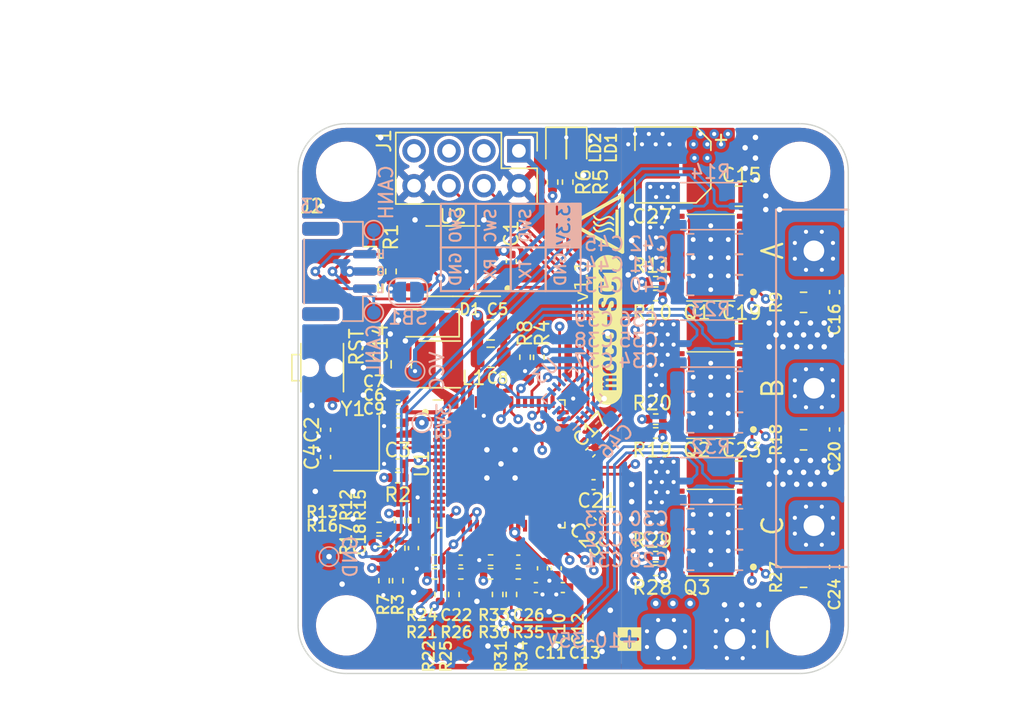
<source format=kicad_pcb>
(kicad_pcb (version 20221018) (generator pcbnew)
  (title_block (title "moco-SC1") (rev "1.1") (comment 1 "BLDC motor controller/driver") (comment 2 "STSPIN32G4 MCU/Gate driver and CSD88584Q5DC Dual N-MOSFET") (comment 3 "MIT license (Open source hardware)") (comment 4 "https://github.com/ziteh/moco"))
  (layers (0 "F.Cu" mixed) (1 "In1.Cu" power) (2 "In2.Cu" signal) (31 "B.Cu" mixed) (34 "B.Paste" user) (35 "F.Paste" user) (36 "B.SilkS" user "B.Silkscreen") (37 "F.SilkS" user "F.Silkscreen") (38 "B.Mask" user) (39 "F.Mask" user) (44 "Edge.Cuts" user))
  (net 0 "")
  (net 1 "VCC")
  (net 2 "GND")
  (net 6 "VBUS")
  (net 7 "/Power Stage/OUTA")
  (net 8 "Net-(U1C-BOOT1)")
  (net 13 "/OPAMP1_VOUT")
  (net 14 "/OPAMP1_VINM")
  (net 15 "+3.3V")
  (net 16 "/Power Stage/OUTB")
  (net 19 "Net-(U1D-BOOT2)")
  (net 20 "/OPAMP2_VOUT")
  (net 22 "/OPAMP2_VINM")
  (net 23 "/Power Stage/OUTC")
  (net 24 "Net-(U1E-BOOT3)")
  (net 25 "/OPAMP3_VOUT")
  (net 26 "/OPAMP3_VINM")
  (net 27 "/OSC_IN")
  (net 29 "/OSC_OUT")
  (net 30 "/~{RESET}")
  (net 31 "Net-(D1-K)")
  (net 32 "/CANH")
  (net 35 "/CANL")
  (net 36 "/SWDIO")
  (net 37 "/USART_RX")
  (net 38 "/SWCLK")
  (net 39 "/USART_TX")
  (net 40 "/SWO")
  (net 41 "Net-(LD1-A)")
  (net 42 "Net-(LD2-A)")
  (net 43 "/Power Stage/RSA+")
  (net 45 "/Power Stage/S2A")
  (net 46 "/Power Stage/RSA-")
  (net 47 "/Power Stage/RSB+")
  (net 48 "/Power Stage/S2B")
  (net 49 "/Power Stage/RSB-")
  (net 50 "/Power Stage/RSC+")
  (net 51 "/Power Stage/S2C")
  (net 53 "/Power Stage/RSC-")
  (net 55 "Net-(Q1-SH)")
  (net 56 "Net-(Q2-SH)")
  (net 57 "Net-(U1C-GHS1)")
  (net 58 "Net-(U1C-GLS1)")
  (net 59 "/OPAMP1_VINP")
  (net 60 "Net-(U1D-GHS2)")
  (net 61 "Net-(U1D-GLS2)")
  (net 62 "/OPAMP2_VINP")
  (net 63 "Net-(U1E-GHS3)")
  (net 64 "Net-(U1E-GLS3)")
  (net 65 "/OPAMP3_VINP")
  (net 66 "/SCREF")
  (net 67 "/V_{BUS}_SENSE")
  (net 68 "/USER_LED")
  (net 69 "/CAN_RX")
  (net 70 "/CAN_TX")
  (net 71 "/SPI_SCLK")
  (net 72 "/SPI_MISO")
  (net 73 "/SPI_MOSI")
  (net 74 "/SPI_~{CS}_RS")
  (net 75 "/Rotary Sensor/A")
  (net 76 "/Rotary Sensor/Z")
  (net 77 "/Rotary Sensor/B")
  (net 79 "Net-(Q1-GH)")
  (net 88 "Net-(Q1-GL)")
  (net 93 "Net-(Q2-GH)")
  (net 95 "Net-(Q2-GL)")
  (net 100 "Net-(C16-Pad2)")
  (net 101 "Net-(C20-Pad2)")
  (net 102 "Net-(C24-Pad2)")
  (net 103 "Net-(Q3-SH)")
  (net 104 "Net-(Q3-GH)")
  (net 106 "Net-(Q3-GL)")
  (net 111 "Net-(SB1-B)")
  (footprint "moco:wire_rectagnel_3.7mm_D1.5mm" (layer "F.Cu") (at 116.75 77.5 90)
    (fp_text reference "J4" hide)
    (fp_text value "V+" hide)
  )
  (footprint "Resistor_SMD:R_0402_1005Metric" (layer "F.Cu") (at 97.385 68.87 -90)
    (fp_text reference "R12")
    (fp_text value "24k" hide)
  )
  (footprint "moco:wire_rectagnel_3.7mm_D1.5mm" (layer "F.Cu") (at 127.5 49.25 90)
    (fp_text reference "J6" hide)
    (fp_text value "A" hide)
  )
  (footprint "LED_SMD:LED_0603_1608Metric" (layer "F.Cu") (at 108.75 41.75 -90)
    (fp_text reference "LD2")
    (fp_text value "Blue" hide)
  )
  (footprint "Capacitor_SMD:C_0805_2012Metric" (layer "F.Cu") (at 122.05 45.275 180)
    (fp_text reference "C15")
    (fp_text value "220nF/50V" hide)
  )
  (footprint "Capacitor_SMD:C_0402_1005Metric" (layer "F.Cu") (at 98.385 70.88 -90)
    (fp_text reference "C18")
    (fp_text value "1nF" hide)
  )
  (footprint "Resistor_SMD:R_0402_1005Metric" (layer "F.Cu") (at 99.9275 71.75 180)
    (fp_text reference "R24")
    (fp_text value "24k" hide)
  )
  (footprint "MountingHole:MountingHole_3.2mm_M3_ISO14580" (layer "F.Cu") (at 93.5 76.5 90)
    (fp_text reference "H4" hide)
    (fp_text value "MountingHole" hide)
  )
  (footprint "moco:wire_rectagnel_3.7mm_D1.5mm" (layer "F.Cu") (at 127.5 69.25)
    (fp_text reference "J8" hide)
    (fp_text value "C" hide)
  )
  (footprint "Resistor_SMD:R_0402_1005Metric" (layer "F.Cu") (at 104.5075 74.25 90)
    (fp_text reference "R31")
    (fp_text value "1.78k" hide)
  )
  (footprint "Capacitor_SMD:C_0805_2012Metric" (layer "F.Cu") (at 104 57)
    (fp_text reference "C8")
    (fp_text value "220nF/50V" hide)
  )
  (footprint "Connector_PinHeader_2.54mm:PinHeader_2x04_P2.54mm_Vertical" (layer "F.Cu") (at 106.05 41.975 -90)
    (fp_text reference "J1")
    (fp_text value "Debug" hide)
  )
  (footprint "Resistor_SMD:R_0402_1005Metric" (layer "F.Cu") (at 107.5 57 -90)
    (fp_text reference "R4")
    (fp_text value "22k" hide)
  )
  (footprint "Capacitor_SMD:C_0402_1005Metric" (layer "F.Cu") (at 109.2475 73.75)
    (fp_text reference "C13")
    (fp_text value "1uF" hide)
  )
  (footprint "Resistor_SMD:R_0402_1005Metric" (layer "F.Cu") (at 97.385 70.88 90)
    (fp_text reference "R17")
    (fp_text value "12k" hide)
  )
  (footprint "MountingHole:MountingHole_3.2mm_M3_ISO14580" (layer "F.Cu") (at 93.5 43.5 90)
    (fp_text reference "H3" hide)
    (fp_text value "MountingHole" hide)
  )
  (footprint "Resistor_SMD:R_0402_1005Metric" (layer "F.Cu") (at 106.5 56.99 -90)
    (fp_text reference "R8")
    (fp_text value "10k" hide)
  )
  (footprint "Capacitor_SMD:C_0402_1005Metric" (layer "F.Cu") (at 111.3394 69 135)
    (fp_text reference "C25")
    (fp_text value "100nF/50V" hide)
  )
  (footprint "Capacitor_SMD:C_0402_1005Metric" (layer "F.Cu") (at 107.7675 72.35 90)
    (fp_text reference "C10")
    (fp_text value "100nF" hide)
  )
  (footprint "Resistor_SMD:R_0402_1005Metric" (layer "F.Cu") (at 103.9975 72.75)
    (fp_text reference "R30")
    (fp_text value "24k" hide)
  )
  (footprint "Capacitor_SMD:C_0805_2012Metric" (layer "F.Cu") (at 97.5 57.5125 90)
    (fp_text reference "C14")
    (fp_text value "10uF" hide)
  )
  (footprint "Resistor_SMD:R_0402_1005Metric" (layer "F.Cu") (at 109.6 44.25 90)
    (fp_text reference "R5")
    (fp_text value "1k" hide)
  )
  (footprint "Capacitor_SMD:C_0402_1005Metric" (layer "F.Cu") (at 97.25 64.75 180)
    (fp_text reference "C3")
    (fp_text value "100nF" hide)
  )
  (footprint "Capacitor_SMD:C_0402_1005Metric" (layer "F.Cu") (at 129 72.25 -90)
    (fp_text reference "C24")
    (fp_text value "4.7nF/50V" hide)
  )
  (footprint "Resistor_SMD:R_0402_1005Metric" (layer "F.Cu") (at 116 51.5)
    (fp_text reference "R11")
    (fp_text value "10R" hide)
  )
  (footprint "Button_Switch_SMD:SW_SPST_EVQP7C" (layer "F.Cu") (at 91.75 57.75 -90)
    (fp_text reference "SW1" hide)
    (fp_text value "RESET" hide)
  )
  (footprint "Resistor_SMD:R_0402_1005Metric_Pad0.72x0.64mm_HandSolder" (layer "F.Cu") (at 96.75 50.75 90)
    (fp_text reference "R1")
    (fp_text value "120R" hide)
  )
  (footprint "Capacitor_SMD:C_0805_2012Metric" (layer "F.Cu") (at 104 55)
    (fp_text reference "C5")
    (fp_text value "10uF/50V" hide)
  )
  (footprint "Resistor_SMD:R_0805_2012Metric" (layer "F.Cu") (at 126.75 63 180)
    (fp_text reference "R18")
    (fp_text value "2.2R/125mW" hide)
  )
  (footprint "MountingHole:MountingHole_3.2mm_M3_ISO14580" (layer "F.Cu") (at 126.5 76.5 90)
    (fp_text reference "H1" hide)
    (fp_text value "MountingHole" hide)
  )
  (footprint "Resistor_SMD:R_0402_1005Metric" (layer "F.Cu") (at 95.885 70.38)
    (fp_text reference "R16")
    (fp_text value "1.78k" hide)
  )
  (footprint "Capacitor_SMD:C_0402_1005Metric" (layer "F.Cu") (at 101.8275 71.75)
    (fp_text reference "C22")
    (fp_text value "1nF" hide)
  )
  (footprint "Resistor_SMD:R_0402_1005Metric" (layer "F.Cu") (at 105.5075 74.25 90)
    (fp_text reference "R34")
    (fp_text value "1.78k" hide)
  )
  (footprint "Resistor_SMD:R_0402_1005Metric" (layer "F.Cu") (at 101.3275 74.25 90)
    (fp_text reference "R25")
    (fp_text value "1.78k" hide)
  )
  (footprint "Capacitor_SMD:C_0402_1005Metric" (layer "F.Cu") (at 129 62.25 -90)
    (fp_text reference "C20")
    (fp_text value "4.7nF/50V" hide)
  )
  (footprint "Resistor_SMD:R_0402_1005Metric" (layer "F.Cu") (at 106.0075 72.75 180)
    (fp_text reference "R35")
    (fp_text value "12k" hide)
  )
  (footprint "Resistor_SMD:R_0402_1005Metric" (layer "F.Cu") (at 116 71.5)
    (fp_text reference "R29")
    (fp_text value "10R" hide)
  )
  (footprint "moco:VSON-CLIP-22_5x6mm (DMM0022A)_Alt1" (layer "F.Cu") (at 120 49.75 180)
    (fp_text reference "Q1")
    (fp_text value "CSD88584Q5DC" hide)
  )
  (footprint "moco:VSON-CLIP-22_5x6mm (DMM0022A)_Alt1" (layer "F.Cu") (at 120 59.75 180)
    (fp_text reference "Q2")
    (fp_text value "CSD88584Q5DC" hide)
  )
  (footprint "Resistor_SMD:R_0402_1005Metric" (layer "F.Cu") (at 97.25 73.25 -90)
    (fp_text reference "R3")
    (fp_text value "100k" hide)
  )
  (footprint "Capacitor_SMD:CP_Elec_5x5.8" (layer "F.Cu") (at 117.25 43 180)
    (fp_text reference "C27")
    (fp_text value "22uF/50V" hide)
  )
  (footprint "Capacitor_SMD:C_0402_1005Metric" (layer "F.Cu") (at 97.27 61.7625)
    (fp_text reference "C9")
    (fp_text value "100nF" hide)
  )
  (footprint "Capacitor_SMD:C_0402_1005Metric" (layer "F.Cu") (at 107.2875 73.75 180)
    (fp_text reference "C11")
    (fp_text value "1uF" hide)
  )
  (footprint "Package_SO:SOIC-8_3.9x4.9mm_P1.27mm" (layer "F.Cu") (at 101.25 50 180)
    (fp_text reference "U2")
    (fp_text value "TCAN337" hide)
  )
  (footprint "Resistor_SMD:R_0402_1005Metric" (layer "F.Cu") (at 100.3275 74.25 90)
    (fp_text reference "R22")
    (fp_text value "1.78k" hide)
  )
  (footprint "moco:wire_rectagnel_3.7mm_D1.5mm" (layer "F.Cu") (at 127.5 59.25)
    (fp_text reference "J7" hide)
    (fp_text value "B" hide)
  )
  (footprint "Capacitor_SMD:C_0402_1005Metric" (layer "F.Cu") (at 92 62.27 90)
    (fp_text reference "C2")
    (fp_text value "6.8pF" hide)
  )
  (footprint "Capacitor_SMD:C_0805_2012Metric" (layer "F.Cu") (at 122.05 65.275 180)
    (fp_text reference "C23")
    (fp_text value "220nF/50V" hide)
  )
  (footprint "moco:wire_circ_3.7mm_D1.5mm" (layer "F.Cu") (at 121.75 77.5)
    (fp_text reference "J5" hide)
    (fp_text value "V-" hide)
  )
  (footprint "Capacitor_SMD:C_0402_1005Metric" (layer "F.Cu") (at 111.25 63.9125 -135)
    (fp_text reference "C17")
    (fp_text value "100nF/50V" hide)
  )
  (footprint "moco:VSON-CLIP-22_5x6mm (DMM0022A)_Alt1" (layer "F.Cu") (at 120 69.75 180)
    (fp_text reference "Q3")
    (fp_text value "CSD88584Q5DC" hide)
  )
  (footprint "Resistor_SMD:R_0402_1005Metric" (layer "F.Cu") (at 108.5 44.25 90)
    (fp_text reference "R6")
    (fp_text value "10k" hide)
  )
  (footprint "Resistor_SMD:R_0402_1005Metric" (layer "F.Cu") (at 116 62.5)
    (fp_text reference "R19")
    (fp_text value "10R" hide)
  )
  (footprint "Resistor_SMD:R_0402_1005Metric" (layer "F.Cu") (at 116 72.5)
    (fp_text reference "R28")
    (fp_text value "10R" hide)
  )
  (footprint "Resistor_SMD:R_0402_1005Metric" (layer "F.Cu") (at 96.25 73.25 90)
    (fp_text reference "R7")
    (fp_text value "10k" hide)
  )
  (footprint "Capacitor_SMD:C_0402_1005Metric" (layer "F.Cu") (at 108.7675 72.35 90)
    (fp_text reference "C12")
    (fp_text value "100nF" hide)
  )
  (footprint "Resistor_SMD:R_0402_1005Metric" (layer "F.Cu") (at 116 61.5)
    (fp_text reference "R20")
    (fp_text value "10R" hide)
  )
  (footprint "Inductor_SMD:L_Neosid_SMS-ME3015" (layer "F.Cu") (at 100.3 57.5125 180)
    (fp_text reference "L1")
    (fp_text value "18uH" hide)
  )
  (footprint "Crystal:Crystal_SMD_3225-4Pin_3.2x2.5mm" (layer "F.Cu") (at 94.25 63.25 90)
    (fp_text reference "Y1")
    (fp_text value "16MHz" hide)
  )
  (footprint "kibuzzard-64C58EFF" (layer "F.Cu") (at 112.5 55 90)
    (fp_text reference "kibuzzard-64C58EFF" hide)
    (fp_text value "G***" hide)
  )
  (footprint "Capacitor_SMD:C_0402_1005Metric" (layer "F.Cu") (at 105.5 50 90)
    (fp_text reference "C1")
    (fp_text value "100nF" hide)
  )
  (footprint "Capacitor_SMD:C_0402_1005Metric" (layer "F.Cu") (at 111.48 66.2625 180)
    (fp_text reference "C21")
    (fp_text value "100nF/50V" hide)
  )
  (footprint "Capacitor_SMD:C_0402_1005Metric" (layer "F.Cu") (at 97.27 60.7625)
    (fp_text reference "C6")
    (fp_text value "100nF" hide)
  )
  (footprint "Capacitor_SMD:C_0402_1005Metric" (layer "F.Cu") (at 97.27 59.7625)
    (fp_text reference "C7")
    (fp_text value "10uF" hide)
  )
  (footprint "Diode_SMD:D_SOD-123F" (layer "F.Cu") (at 99.5 54.5 180)
    (fp_text reference "D1")
    (fp_text value "MBR180S1" hide)
  )
  (footprint "Capacitor_SMD:C_0402_1005Metric" (layer "F.Cu") (at 106.0075 71.75)
    (fp_text reference "C26")
    (fp_text value "1nF" hide)
  )
  (footprint "Resistor_SMD:R_0805_2012Metric" (layer "F.Cu") (at 126.75 73 180)
    (fp_text reference "R27")
    (fp_text value "2.2R/125mW" hide)
  )
  (footprint "moco:VFQFPN 9X9X1.0 64 PITCH 0.5" (layer "F.Cu") (at 104.75 64.75)
    (fp_text reference "U1")
    (fp_text value "STSPIN32G4" hide)
  )
  (footprint "Connector_JST:JST_GH_SM03B-GHS-TB_1x03-1MP_P1.25mm_Horizontal" (layer "F.Cu") (at 93 50.75 -90)
    (fp_text reference "J2")
    (fp_text value "CAN")
  )
  (footprint "Resistor_SMD:R_0402_1005Metric" (layer "F.Cu") (at 103.9975 71.75 180)
    (fp_text reference "R33")
    (fp_text value "24k" hide)
  )
  (footprint "Resistor_SMD:R_0402_1005Metric" (layer "F.Cu") (at 97.25 65.75 180)
    (fp_text reference "R2")
    (fp_text value "10k" hide)
  )
  (footprint "Resistor_SMD:R_0402_1005Metric" (layer "F.Cu") (at 99.9275 72.75)
    (fp_text reference "R21")
    (fp_text value "24k" hide)
  )
  (footprint "Resistor_SMD:R_0402_1005Metric" (layer "F.Cu") (at 101.8275 72.75 180)
    (fp_text reference "R26")
    (fp_text value "12k" hide)
  )
  (footprint "Capacitor_SMD:C_0805_2012Metric" (layer "F.Cu") (at 122.05 55.275 180)
    (fp_text reference "C19")
    (fp_text value "220nF/50V" hide)
  )
  (footprint "Resistor_SMD:R_0402_1005Metric" (layer "F.Cu") (at 116 52.5)
    (fp_text reference "R10")
    (fp_text value "10R" hide)
  )
  (footprint "Resistor_SMD:R_0402_1005Metric" (layer "F.Cu") (at 95.885 69.38)
    (fp_text reference "R13")
    (fp_text value "1.78k" hide)
  )
  (footprint "Capacitor_SMD:C_0402_1005Metric" (layer "F.Cu") (at 92 64.25 -90)
    (fp_text reference "C4")
    (fp_text value "6.8pF" hide)
  )
  (footprint "MountingHole:MountingHole_3.2mm_M3_ISO14580" (layer "F.Cu") (at 126.5 43.5 90)
    (fp_text reference "H2" hide)
    (fp_text value "MountingHole" hide)
  )
  (footprint "Resistor_SMD:R_0402_1005Metric" (layer "F.Cu") (at 98.385 68.87 90)
    (fp_text reference "R15")
    (fp_text value "24k" hide)
  )
  (footprint "Resistor_SMD:R_0805_2012Metric" (layer "F.Cu") (at 126.75 53 180)
    (fp_text reference "R9")
    (fp_text value "2.2R/125mW" hide)
  )
  (footprint "LED_SMD:LED_0603_1608Metric" (layer "F.Cu") (at 110.25 41.75 -90)
    (fp_text reference "LD1")
    (fp_text value "Red" hide)
  )
  (footprint "Capacitor_SMD:C_0402_1005Metric" (layer "F.Cu") (at 129 52.25 -90)
    (fp_text reference "C16")
    (fp_text value "4.7nF/50V" hide)
  )
  (footprint "Capacitor_SMD:C_0805_2012Metric" (layer "B.Cu") (at 118.5 48.75 180)
    (fp_text reference "C45")
    (fp_text value "10uF/50V" hide)
  )
  (footprint "Capacitor_SMD:C_0805_2012Metric" (layer "B.Cu") (at 118.5 71.75 180)
    (fp_text reference "C31")
    (fp_text value "10uF/50V" hide)
  )
  (footprint "Capacitor_SMD:C_0805_2012Metric" (layer "B.Cu") (at 118.5 70.25 180)
    (fp_text reference "C32")
    (fp_text value "10uF/50V" hide)
  )
  (footprint "TestPoint:TestPoint_Pad_D1.0mm" (layer "B.Cu") (at 98.5 58 180)
    (fp_text reference "TP4" hide)
    (fp_text value "VCC")
  )
  (footprint "TestPoint:TestPoint_Pad_D1.0mm" (layer "B.Cu") (at 99 61.75 180)
    (fp_text reference "TP3" hide)
    (fp_text value "3.3V")
  )
  (footprint "Capacitor_SMD:C_0805_2012Metric" (layer "B.Cu") (at 122.05 58.75)
    (fp_text reference "C36")
    (fp_text value "10uF/50V" hide)
  )
  (footprint "Package_DFN_QFN:QFN-16-1EP_3x3mm_P0.5mm_EP1.75x1.75mm" (layer "B.Cu") (at 110 60 45)
    (fp_text reference "U3")
    (fp_text value "MA702" hide)
  )
  (footprint "Capacitor_SMD:C_0805_2012Metric" (layer "B.Cu") (at 118.5 58.75 180)
    (fp_text reference "C39")
    (fp_text value "10uF/50V" hide)
  )
  (footprint "NetTie:NetTie-2_SMD_Pad0.5mm" (layer "B.Cu") (at 118 46 180)
    (fp_text reference "NT1" hide)
    (fp_text value "NetTie_2" hide)
  )
  (footprint "Capacitor_SMD:C_0805_2012Metric" (layer "B.Cu") (at 122.05 61.75)
    (fp_text reference "C34")
    (fp_text value "10uF/50V" hide)
  )
  (footprint "Capacitor_SMD:C_0805_2012Metric" (layer "B.Cu") (at 122.05 51.75)
    (fp_text reference "C40")
    (fp_text value "10uF/50V" hide)
  )
  (footprint "NetTie:NetTie-2_SMD_Pad0.5mm" (layer "B.Cu") (at 122.1375 56)
    (fp_text reference "NT4" hide)
    (fp_text value "NetTie_2" hide)
  )
  (footprint "Capacitor_SMD:C_0805_2012Metric" (layer "B.Cu") (at 122.05 50.25)
    (fp_text reference "C41")
    (fp_text value "10uF/50V" hide)
  )
  (footprint "Capacitor_SMD:C_0805_2012Metric" (layer "B.Cu") (at 118.5 68.75 180)
    (fp_text reference "C33")
    (fp_text value "10uF/50V" hide)
  )
  (footprint "Capacitor_SMD:C_0805_2012Metric" (layer "B.Cu") (at 122.05 48.75)
    (fp_text reference "C42")
    (fp_text value "10uF/50V" hide)
  )
  (footprint "Capacitor_SMD:C_0805_2012Metric" (layer "B.Cu") (at 122.05 68.75)
    (fp_text reference "C30")
    (fp_text value "10uF/50V" hide)
  )
  (footprint "NetTie:NetTie-2_SMD_Pad0.5mm" (layer "B.Cu") (at 122 46)
    (fp_text reference "NT2" hide)
    (fp_text value "NetTie_2" hide)
  )
  (footprint "Capacitor_SMD:C_0805_2012Metric" (layer "B.Cu") (at 118.5 51.75 180)
    (fp_text reference "C43")
    (fp_text value "10uF/50V" hide)
  )
  (footprint "TestPoint:TestPoint_Pad_D1.0mm" (layer "B.Cu") (at 95.5 47.75 180)
    (fp_text reference "TP1" hide)
    (fp_text value "CANH")
  )
  (footprint "Capacitor_SMD:C_0805_2012Metric" (layer "B.Cu") (at 122.05 60.25)
    (fp_text reference "C35")
    (fp_text value "10uF/50V" hide)
  )
  (footprint "Capacitor_SMD:C_0805_2012Metric" (layer "B.Cu") (at 122.05 71.75)
    (fp_text reference "C28")
    (fp_text value "10uF/50V" hide)
  )
  (footprint "Capacitor_SMD:C_0603_1608Metric_Pad1.08x0.95mm_HandSolder" (layer "B.Cu") (at 112.1 62.1 45)
    (fp_text reference "C46")
    (fp_text value "1uF")
  )
  (footprint "NetTie:NetTie-2_SMD_Pad0.5mm" (layer "B.Cu") (at 117.8875 56 180)
    (fp_text reference "NT3" hide)
    (fp_text value "NetTie_2" hide)
  )
  (footprint "TestPoint:TestPoint_Pad_D1.0mm" (layer "B.Cu") (at 95.5 53.75 180)
    (fp_text reference "TP2" hide)
    (fp_text value "CANL")
  )
  (footprint "Resistor_SMD:R_2512_6332Metric" (layer "B.Cu") (at 120 66)
    (fp_text reference "R32")
    (fp_text value "20mΩ/3W" hide)
  )
  (footprint "Capacitor_SMD:C_0805_2012Metric" (layer "B.Cu") (at 118.5 61.75 180)
    (fp_text reference "C37")
    (fp_text value "10uF/50V" hide)
  )
  (footprint "Capacitor_SMD:C_0805_2012Metric" (layer "B.Cu") (at 122.05 70.25)
    (fp_text reference "C29")
    (fp_text value "10uF/50V" hide)
  )
  (footprint "Jumper:SolderJumper-2_P1.3mm_Open_RoundedPad1.0x1.5mm" (layer "B.Cu") (at 98 52.25 180)
    (fp_text reference "SB1")
    (fp_text value "SolderJumper_2_Open" hide)
  )
  (footprint "Resistor_SMD:R_2512_6332Metric" (layer "B.Cu") (at 120 46)
    (fp_text reference "R14")
    (fp_text value "20mΩ/3W" hide)
  )
  (footprint "Connector_JST:JST_GH_SM03B-GHS-TB_1x03-1MP_P1.25mm_Horizontal" (layer "B.Cu") (at 93 50.75 90)
    (fp_text reference "J3")
    (fp_text value "CAN")
  )
  (footprint "Resistor_SMD:R_2512_6332Metric" (layer "B.Cu") (at 120 56)
    (fp_text reference "R23")
    (fp_text value "20mΩ/3W" hide)
  )
  (footprint "Capacitor_SMD:C_0805_2012Metric" (layer "B.Cu") (at 118.5 50.25 180)
    (fp_text reference "C44")
    (fp_text value "10uF/50V" hide)
  )
  (footprint "NetTie:NetTie-2_SMD_Pad0.5mm" (layer "B.Cu") (at 118 66 180)
    (fp_text reference "NT5" hide)
    (fp_text value "NetTie_2" hide)
  )
  (footprint "Capacitor_SMD:C_0805_2012Metric" (layer "B.Cu") (at 118.5 60.25 180)
    (fp_text reference "C38")
    (fp_text value "10uF/50V" hide)
  )
  (footprint "TestPoint:TestPoint_Pad_D1.0mm" (layer "B.Cu") (at 92.25 71.5 180)
    (fp_text reference "TP5" hide)
    (fp_text value "GND" hide)
  )
  (footprint "NetTie:NetTie-2_SMD_Pad0.5mm" (layer "B.Cu") (at 122.0375 66)
    (fp_text reference "NT6" hide)
    (fp_text value "NetTie_2" hide)
  )
  (gr_poly (pts (xy 99.357035 78.041232) (xy 99.35711 78.042239) (xy 99.357233 78.043241) (xy 99.357404 78.044237) (xy 99.35762 78.045225) (xy 99.357881 78.046203) (xy 99.358185 78.047171) (xy 99.358532 78.048125) (xy 99.358919 78.049066) (xy 99.359347 78.049992) (xy 99.359812 78.0509) (xy 99.360315 78.051791) (xy 99.360854 78.052661) (xy 99.361428 78.05351) (xy 99.362036 78.054335) (xy 99.362675 78.055137) (xy 99.363346 78.055913) (xy 99.364047 78.056661) (xy 99.364776 78.05738) (xy 99.365533 78.058069) (xy 99.366316 78.058726) (xy 99.367123 78.05935) (xy 99.367955 78.059939) (xy 99.368808 78.060491) (xy 99.369683 78.061006) (xy 99.370578 78.061482) (xy 99.371492 78.061916) (xy 99.372423 78.062309) (xy 99.373371 78.062657) (xy 99.374333 78.06296) (xy 99.375309 78.063217) (xy 99.376298 78.063425) (xy 99.826169 78.147166) (xy 99.827166 78.147377) (xy 99.828166 78.147634) (xy 99.83017 78.148278) (xy 99.832168 78.149086) (xy 99.834146 78.150047) (xy 99.836092 78.151149) (xy 99.837992 78.152382) (xy 99.839834 78.153733) (xy 99.841604 78.155193) (xy 99.84329 78.156748) (xy 99.844878 78.158389) (xy 99.846355 78.160104) (xy 99.847708 78.161881) (xy 99.848925 78.16371) (xy 99.849991 78.165579) (xy 99.850464 78.166524) (xy 99.850895 78.167476) (xy 99.851281 78.168432) (xy 99.851622 78.169391) (xy 99.97505 78.47091) (xy 99.975875 78.472783) (xy 99.976564 78.47477) (xy 99.977118 78.476852) (xy 99.977538 78.479013) (xy 99.977827 78.481235) (xy 99.977984 78.4835) (xy 99.978012 78.485791) (xy 99.977911 78.488091) (xy 99.977683 78.490382) (xy 99.977328 78.492646) (xy 99.976848 78.494866) (xy 99.976245 78.497025) (xy 99.975518 78.499105) (xy 99.974671 78.501089) (xy 99.973703 78.502959) (xy 99.972616 78.504697) (xy 99.7147 78.880538) (xy 99.714149 78.881384) (xy 99.71364 78.882256) (xy 99.713174 78.883151) (xy 99.712751 78.884067) (xy 99.71237 78.885002) (xy 99.712032 78.885955) (xy 99.711735 78.886923) (xy 99.711481 78.887905) (xy 99.711268 78.888899) (xy 99.711096 78.889902) (xy 99.710877 78.89193) (xy 99.710822 78.893974) (xy 99.71093 78.896019) (xy 99.711199 78.89805) (xy 99.711627 78.90005) (xy 99.712215 78.902005) (xy 99.712567 78.902961) (xy 99.712959 78.9039) (xy 99.713389 78.90482) (xy 99.713859 78.905719) (xy 99.714367 78.906595) (xy 99.714913 78.907447) (xy 99.715497 78.908272) (xy 99.71612 78.909068) (xy 99.71678 78.909834) (xy 99.717478 78.910568) (xy 100.033999 79.227089) (xy 100.034733 79.227787) (xy 100.035499 79.228447) (xy 100.036296 79.229069) (xy 100.037122 79.229652) (xy 100.037974 79.230198) (xy 100.038851 79.230704) (xy 100.040671 79.231601) (xy 100.042568 79.232342) (xy 100.044526 79.232926) (xy 100.046529 79.233352) (xy 100.048561 79.233618) (xy 100.050609 79.233723) (xy 100.052655 79.233667) (xy 100.054686 79.233448) (xy 100.056684 79.233064) (xy 100.058636 79.232516) (xy 100.05959 79.232179) (xy 100.060526 79.231801) (xy 100.061442 79.231381) (xy 100.062337 79.230918) (xy 100.063209 79.230414) (xy 100.064056 79.229867) (xy 100.433414 78.976449) (xy 100.43516 78.975359) (xy 100.437033 78.974392) (xy 100.439016 78.973548) (xy 100.441091 78.972829) (xy 100.443242 78.972236) (xy 100.445452 78.97177) (xy 100.447704 78.971432) (xy 100.449981 78.971223) (xy 100.452265 78.971145) (xy 100.45454 78.971198) (xy 100.456789 78.971383) (xy 100.458994 78.971701) (xy 100.461139 78.972154) (xy 100.463207 78.972743) (xy 100.465181 78.973469) (xy 100.467043 78.974332) (xy 100.778087 79.107656) (xy 100.779997 79.108417) (xy 100.781889 79.109354) (xy 100.783753 79.110451) (xy 100.785577 79.111697) (xy 100.787349 79.113078) (xy 100.789059 79.114581) (xy 100.790695 79.116192) (xy 100.792246 79.117899) (xy 100.7937 79.119688) (xy 100.795046 79.121546) (xy 100.796274 79.123459) (xy 100.797371 79.125415) (xy 100.798327 79.127401) (xy 100.79913 79.129402) (xy 100.799769 79.131406) (xy 100.800233 79.1334) (xy 100.881116 79.568348) (xy 100.881329 79.569335) (xy 100.881589 79.570309) (xy 100.881897 79.571269) (xy 100.882249 79.572215) (xy 100.882644 79.573144) (xy 100.883081 79.574056) (xy 100.883559 79.574949) (xy 100.884076 79.575822) (xy 100.885221 79.577505) (xy 100.886505 79.579092) (xy 100.887915 79.580576) (xy 100.88944 79.581945) (xy 100.891069 79.583189) (xy 100.892789 79.5843) (xy 100.894588 79.585266) (xy 100.895514 79.585692) (xy 100.896456 79.586078) (xy 100.897412 79.586423) (xy 100.89838 79.586725) (xy 100.89936 79.586984) (xy 100.900349 79.587199) (xy 100.901346 79.587367) (xy 100.90235 79.587488) (xy 100.903359 79.587561) (xy 100.904372 79.587584) (xy 101.352021 79.587531) (xy 101.353032 79.587505) (xy 101.35404 79.58743) (xy 101.355043 79.587307) (xy 101.356039 79.587136) (xy 101.357028 79.586919) (xy 101.358008 79.586658) (xy 101.358977 79.586353) (xy 101.359933 79.586005) (xy 101.360876 79.585617) (xy 101.361803 79.585189) (xy 101.362714 79.584722) (xy 101.363606 79.584218) (xy 101.364478 79.583679) (xy 101.365329 79.583104) (xy 101.366157 79.582496) (xy 101.36696 79.581855) (xy 101.367737 79.581184) (xy 101.368487 79.580483) (xy 101.369208 79.579753) (xy 101.369899 79.578996) (xy 101.370557 79.578214) (xy 101.371182 79.577406) (xy 101.371772 79.576575) (xy 101.372325 79.575721) (xy 101.37284 79.574847) (xy 101.373315 79.573953) (xy 101.37375 79.57304) (xy 101.374141 79.57211) (xy 101.374489 79.571164) (xy 101.374791 79.570203) (xy 101.375045 79.569229) (xy 101.375251 79.568243) (xy 101.454203 79.143983) (xy 101.454408 79.142984) (xy 101.454659 79.141984) (xy 101.454955 79.140982) (xy 101.455294 79.139982) (xy 101.456097 79.13799) (xy 101.457056 79.136022) (xy 101.458159 79.13409) (xy 101.459395 79.132206) (xy 101.460753 79.130383) (xy 101.46222 79.128634) (xy 101.463785 79.126971) (xy 101.465437 79.125408) (xy 101.467163 79.123957) (xy 101.468952 79.12263) (xy 101.470793 79.12144) (xy 101.472673 79.1204) (xy 101.474582 79.119523) (xy 101.475543 79.119149) (xy 101.476507 79.118821) (xy 101.807369 78.986371) (xy 101.809251 78.985552) (xy 101.811244 78.984868) (xy 101.813331 78.98432) (xy 101.815494 78.983906) (xy 101.817717 78.983623) (xy 101.819982 78.983472) (xy 101.822272 78.98345) (xy 101.82457 78.983556) (xy 101.826858 78.983789) (xy 101.829119 78.984148) (xy 101.831336 78.984631) (xy 101.833492 78.985236) (xy 101.835569 78.985963) (xy 101.83755 78.98681) (xy 101.839418 78.987775) (xy 101.841156 78.988858) (xy 102.192338 79.229867) (xy 102.193184 79.230418) (xy 102.194057 79.230927) (xy 102.194952 79.231392) (xy 102.195869 79.231816) (xy 102.196806 79.232196) (xy 102.19776 79.232535) (xy 102.19873 79.232832) (xy 102.199713 79.233086) (xy 102.200709 79.233299) (xy 102.201714 79.233471) (xy 102.203747 79.23369) (xy 102.205796 79.233745) (xy 102.207846 79.233637) (xy 102.209881 79.233368) (xy 102.211886 79.232939) (xy 102.213846 79.232352) (xy 102.214804 79.232) (xy 102.215745 79.231608) (xy 102.216666 79.231177) (xy 102.217567 79.230708) (xy 102.218445 79.2302) (xy 102.219297 79.229654) (xy 102.220123 79.22907) (xy 102.220921 79.228447) (xy 102.221687 79.227787) (xy 102.222421 79.227089) (xy 102.538942 78.910515) (xy 102.539635 78.909786) (xy 102.540291 78.909024) (xy 102.540909 78.908231) (xy 102.54149 78.907409) (xy 102.542033 78.90656) (xy 102.542537 78.905685) (xy 102.543431 78.903869) (xy 102.544171 78.901975) (xy 102.544755 78.90002) (xy 102.545182 78.898018) (xy 102.545451 78.895986) (xy 102.545559 78.893938) (xy 102.545506 78.891891) (xy 102.54529 78.889859) (xy 102.54491 78.887859) (xy 102.544364 78.885906) (xy 102.544029 78.884952) (xy 102.543652 78.884016) (xy 102.543232 78.883099) (xy 102.542771 78.882203) (xy 102.542267 78.881331) (xy 102.54172 78.880485) (xy 102.304944 78.535494) (xy 102.303865 78.53376) (xy 102.302918 78.531903) (xy 102.302105 78.529939) (xy 102.301425 78.527886) (xy 102.30088 78.52576) (xy 102.300468 78.523579) (xy 102.300192 78.521359) (xy 102.30005 78.519117) (xy 102.300043 78.51687) (xy 102.300172 78.514635) (xy 102.300436 78.512428) (xy 102.300837 78.510268) (xy 102.301374 78.50817) (xy 102.302048 78.506152) (xy 102.302859 78.50423) (xy 102.303807 78.502421) (xy 102.385034 78.350286) (xy 102.385466 78.349376) (xy 102.385847 78.348459) (xy 102.386175 78.347536) (xy 102.386453 78.346608) (xy 102.386679 78.345678) (xy 102.386856 78.344746) (xy 102.386984 78.343815) (xy 102.387063 78.342885) (xy 102.387093 78.34196) (xy 102.387076 78.341039) (xy 102.387012 78.340125) (xy 102.386902 78.339219) (xy 102.386745 78.338323) (xy 102.386543 78.337439) (xy 102.386297 78.336567) (xy 102.386006 78.335711) (xy 102.385672 78.33487) (xy 102.385295 78.334047) (xy 102.384875 78.333244) (xy 102.384414 78.332461) (xy 102.383911 78.331702) (xy 102.383368 78.330966) (xy 102.382784 78.330256) (xy 102.382161 78.329573) (xy 102.3815 78.328919) (xy 102.3808 78.328295) (xy 102.380062 78.327704) (xy 102.379287 78.327146) (xy 102.378475 78.326624) (xy 102.377627 78.326138) (xy 102.376744 78.32569) (xy 102.375826 78.325283) (xy 101.617848 78.011619) (xy 101.616905 78.011256) (xy 101.615948 78.010942) (xy 101.614978 78.010675) (xy 101.613998 78.010454) (xy 101.613008 78.01028) (xy 101.612012 78.010152) (xy 101.61101 78.010068) (xy 101.610005 78.010029) (xy 101.608998 78.010034) (xy 101.607991 78.010082) (xy 101.606986 78.010172) (xy 101.605985 78.010305) (xy 101.604989 78.010479) (xy 101.604 78.010693) (xy 101.603021 78.010948) (xy 101.602052 78.011242) (xy 101.601097 78.011575) (xy 101.600155 78.011947) (xy 101.59923 78.012356) (xy 101.598324 78.012802) (xy 101.597437 78.013285) (xy 101.596571 78.013803) (xy 101.59573 78.014357) (xy 101.594914 78.014945) (xy 101.594124 78.015568) (xy 101.593364 78.016224) (xy 101.592635 78.016912) (xy 101.591938 78.017633) (xy 101.591275 78.018386) (xy 101.590648 78.019169) (xy 101.59006 78.019983) (xy 101.589511 78.020827) (xy 101.566201 78.0589) (xy 101.564456 78.061641) (xy 101.562464 78.064566) (xy 101.560269 78.067622) (xy 101.557913 78.070754) (xy 101.555441 78.073904) (xy 101.552896 78.07702) (xy 101.550321 78.080045) (xy 101.54776 78.082924) (xy 101.530508 78.108128) (xy 101.511777 78.132182) (xy 101.491632 78.15502) (xy 101.470138 78.176576) (xy 101.44736 78.196785) (xy 101.423364 78.215581) (xy 101.398214 78.232899) (xy 101.371977 78.248673) (xy 101.344718 78.262836) (xy 101.316501 78.275325) (xy 101.287392 78.286072) (xy 101.257456 78.295012) (xy 101.226759 78.30208) (xy 101.195365 78.30721) (xy 101.16334 78.310336) (xy 101.13075 78.311392) (xy 101.105274 78.310748) (xy 101.080132 78.308836) (xy 101.055356 78.305688) (xy 101.030976 78.301335) (xy 101.007025 78.295807) (xy 100.983532 78.289136) (xy 100.960529 78.281353) (xy 100.938048 78.272489) (xy 100.916118 78.262575) (xy 100.894772 78.251643) (xy 100.87404 78.239723) (xy 100.853954 78.226846) (xy 100.834545 78.213044) (xy 100.815843 78.198348) (xy 100.79788 78.182789) (xy 100.780687 78.166397) (xy 100.764295 78.149205) (xy 100.748735 78.131243) (xy 100.734038 78.112542) (xy 100.720236 78.093133) (xy 100.707359 78.073048) (xy 100.695439 78.052317) (xy 100.684506 78.030972) (xy 100.674592 78.009044) (xy 100.665728 77.986564) (xy 100.657945 77.963563) (xy 100.651274 77.940072) (xy 100.645746 77.916122) (xy 100.641392 77.891744) (xy 100.638244 77.86697) (xy 100.636332 77.841831) (xy 100.635688 77.816357) (xy 100.636332 77.790883) (xy 100.638244 77.765743) (xy 100.641392 77.740969) (xy 100.645746 77.716591) (xy 100.651274 77.69264) (xy 100.657945 77.669148) (xy 100.665728 77.646146) (xy 100.674592 77.623665) (xy 100.684506 77.601736) (xy 100.695439 77.58039) (xy 100.707359 77.559659) (xy 100.720236 77.539572) (xy 100.734038 77.520162) (xy 100.748735 77.50146) (xy 100.764295 77.483497) (xy 100.780687 77.466303) (xy 100.79788 77.44991) (xy 100.815843 77.43435) (xy 100.834545 77.419652) (xy 100.853954 77.405849) (xy 100.87404 77.392972) (xy 100.894772 77.381051) (xy 100.916118 77.370117) (xy 100.938048 77.360202) (xy 100.960529 77.351338) (xy 100.983532 77.343554) (xy 101.007025 77.336882) (xy 101.030976 77.331354) (xy 101.055356 77.327) (xy 101.080132 77.323851) (xy 101.105274 77.321939) (xy 101.13075 77.321295) (xy 101.147112 77.321561) (xy 101.16334 77.322352) (xy 101.179428 77.323661) (xy 101.195365 77.325479) (xy 101.211145 77.327798) (xy 101.226759 77.33061) (xy 101.242198 77.333906) (xy 101.257456 77.337679) (xy 101.272523 77.34192) (xy 101.287392 77.346621) (xy 101.302054 77.351773) (xy 101.316501 77.357369) (xy 101.330725 77.363401) (xy 101.344718 77.369859) (xy 101.371977 77.384024) (xy 101.398215 77.399799) (xy 101.423364 77.417117) (xy 101.44736 77.435914) (xy 101.470138 77.456122) (xy 101.491632 77.477677) (xy 101.511777 77.500513) (xy 101.530508 77.524563) (xy 101.54776 77.549763) (xy 101.550321 77.552658) (xy 101.552896 77.555694) (xy 101.555441 77.558816) (xy 101.557913 77.56197) (xy 101.560269 77.565103) (xy 101.562464 77.568162) (xy 101.564456 77.571092) (xy 101.566201 77.57384) (xy 101.589511 77.611913) (xy 101.59006 77.612762) (xy 101.590648 77.61358) (xy 101.591275 77.614367) (xy 101.591938 77.615123) (xy 101.592635 77.615847) (xy 101.593364 77.616538) (xy 101.594914 77.617821) (xy 101.596571 77.618966) (xy 101.598324 77.619968) (xy 101.600155 77.620824) (xy 101.602052 77.621528) (xy 101.604 77.622075) (xy 101.605985 77.622461) (xy 101.607991 77.622681) (xy 101.610005 77.62273) (xy 101.612012 77.622603) (xy 101.613008 77.622472) (xy 101.613998 77.622296) (xy 101.614978 77.622073) (xy 101.615948 77.621803) (xy 101.616905 77.621486) (xy 101.617848 77.621121) (xy 102.3758 77.307431) (xy 102.376718 77.307024) (xy 102.377601 77.306576) (xy 102.378449 77.30609) (xy 102.379261 77.305567) (xy 102.380037 77.305008) (xy 102.380776 77.304416) (xy 102.381476 77.303792) (xy 102.382139 77.303137) (xy 102.382763 77.302454) (xy 102.383347 77.301743) (xy 102.383891 77.301006) (xy 102.384394 77.300246) (xy 102.384857 77.299462) (xy 102.385277 77.298658) (xy 102.385655 77.297835) (xy 102.38599 77.296993) (xy 102.386281 77.296136) (xy 102.386528 77.295264) (xy 102.38673 77.294379) (xy 102.386887 77.293483) (xy 102.386998 77.292577) (xy 102.387062 77.291663) (xy 102.387079 77.290743) (xy 102.387048 77.289817) (xy 102.386968 77.288888) (xy 102.38684 77.287958) (xy 102.386662 77.287027) (xy 102.386434 77.286098) (xy 102.386155 77.285172) (xy 102.385825 77.284251) (xy 102.385442 77.283335) (xy 102.385008 77.282428) (xy 102.30378 77.130293) (xy 102.302833 77.128488) (xy 102.302023 77.12657) (xy 102.30135 77.124554) (xy 102.300814 77.122457) (xy 102.300415 77.120297) (xy 102.300152 77.118091) (xy 102.300025 77.115855) (xy 102.300033 77.113607) (xy 102.300176 77.111364) (xy 102.300454 77.109142) (xy 102.300865 77.106959) (xy 102.30141 77.104832) (xy 102.302089 77.102777) (xy 102.3029 77.100812) (xy 102.303843 77.098954) (xy 102.304918 77.09722) (xy 102.541694 76.752256) (xy 102.54224 76.751407) (xy 102.542744 76.750533) (xy 102.543206 76.749635) (xy 102.543625 76.748717) (xy 102.544003 76.747779) (xy 102.544338 76.746824) (xy 102.544632 76.745854) (xy 102.544884 76.744869) (xy 102.545094 76.743874) (xy 102.545264 76.742869) (xy 102.545479 76.740837) (xy 102.545533 76.738789) (xy 102.545424 76.736741) (xy 102.545156 76.734709) (xy 102.544729 76.732707) (xy 102.544145 76.730751) (xy 102.543795 76.729795) (xy 102.543405 76.728856) (xy 102.542977 76.727937) (xy 102.542511 76.727039) (xy 102.542006 76.726163) (xy 102.541464 76.725313) (xy 102.540883 76.724489) (xy 102.540265 76.723695) (xy 102.539609 76.722931) (xy 102.538916 76.722199) (xy 102.222394 76.405625) (xy 102.221661 76.40493) (xy 102.220894 76.404271) (xy 102.220097 76.403651) (xy 102.219271 76.403069) (xy 102.218418 76.402524) (xy 102.217541 76.402018) (xy 102.215718 76.401121) (xy 102.21382 76.400379) (xy 102.21186 76.399793) (xy 102.209855 76.399365) (xy 102.207819 76.399097) (xy 102.205769 76.398989) (xy 102.20372 76.399043) (xy 102.201688 76.39926) (xy 102.199687 76.399642) (xy 102.197734 76.400191) (xy 102.196779 76.400528) (xy 102.195843 76.400907) (xy 102.194926 76.401328) (xy 102.19403 76.401792) (xy 102.193158 76.402298) (xy 102.192311 76.402847) (xy 101.84113 76.64383) (xy 101.839392 76.644921) (xy 101.837524 76.645894) (xy 101.835543 76.646747) (xy 101.833466 76.647478) (xy 101.83131 76.648087) (xy 101.829093 76.648571) (xy 101.826832 76.648931) (xy 101.824544 76.649164) (xy 101.822246 76.64927) (xy 101.819956 76.649248) (xy 101.817691 76.649095) (xy 101.815468 76.648812) (xy 101.813305 76.648396) (xy 101.811218 76.647847) (xy 101.809225 76.647163) (xy 101.807343 76.646343) (xy 101.476481 76.513893) (xy 101.475517 76.513567) (xy 101.474556 76.513194) (xy 101.472647 76.512319) (xy 101.470766 76.511279) (xy 101.468926 76.510087) (xy 101.467136 76.508757) (xy 101.46541 76.507302) (xy 101.463759 76.505734) (xy 101.462194 76.504067) (xy 101.460727 76.502313) (xy 101.459369 76.500486) (xy 101.458133 76.498598) (xy 101.457029 76.496662) (xy 101.45607 76.494692) (xy 101.455268 76.4927) (xy 101.454633 76.4907) (xy 101.454382 76.489701) (xy 101.454177 76.488704) (xy 101.375225 76.064445) (xy 101.375019 76.063456) (xy 101.374765 76.06248) (xy 101.374463 76.061518) (xy 101.374115 76.06057) (xy 101.373723 76.059639) (xy 101.373289 76.058725) (xy 101.372814 76.05783) (xy 101.372299 76.056955) (xy 101.371745 76.056101) (xy 101.371156 76.05527) (xy 101.369872 76.05368) (xy 101.368461 76.052194) (xy 101.366934 76.050822) (xy 101.365302 76.049575) (xy 101.36358 76.048462) (xy 101.361777 76.047494) (xy 101.359907 76.046679) (xy 101.35895 76.046332) (xy 101.357982 76.046028) (xy 101.357002 76.045767) (xy 101.356013 76.045551) (xy 101.355016 76.04538) (xy 101.354013 76.045257) (xy 101.353006 76.045182) (xy 101.351995 76.045157) (xy 100.904346 76.04513) (xy 100.903335 76.045156) (xy 100.902328 76.04523) (xy 100.901326 76.045353) (xy 100.900331 76.045523) (xy 100.899344 76.045739) (xy 100.898366 76.045999) (xy 100.897399 76.046303) (xy 100.896445 76.046649) (xy 100.895505 76.047035) (xy 100.89458 76.047462) (xy 100.893672 76.047927) (xy 100.892782 76.048429) (xy 100.891912 76.048967) (xy 100.891064 76.04954) (xy 100.890238 76.050147) (xy 100.889437 76.050786) (xy 100.888661 76.051456) (xy 100.887913 76.052156) (xy 100.887193 76.052885) (xy 100.886503 76.053642) (xy 100.885845 76.054424) (xy 100.88522 76.055232) (xy 100.88463 76.056064) (xy 100.884076 76.056918) (xy 100.883559 76.057793) (xy 100.883081 76.058689) (xy 100.882644 76.059604) (xy 100.882248 76.060536) (xy 100.881897 76.061485) (xy 100.881589 76.062449) (xy 100.881329 76.063427) (xy 100.881116 76.064419) (xy 100.800233 76.499341) (xy 100.800023 76.50034) (xy 100.799769 76.501344) (xy 100.79913 76.503355) (xy 100.798327 76.505362) (xy 100.797371 76.507352) (xy 100.796274 76.509311) (xy 100.795046 76.511226) (xy 100.7937 76.513084) (xy 100.792246 76.514872) (xy 100.790695 76.516577) (xy 100.789059 76.518186) (xy 100.787349 76.519685) (xy 100.785577 76.521062) (xy 100.783753 76.522304) (xy 100.781889 76.523397) (xy 100.779997 76.524328) (xy 100.779043 76.524729) (xy 100.778087 76.525085) (xy 100.467043 76.658435) (xy 100.465181 76.659293) (xy 100.463207 76.660015) (xy 100.461139 76.660601) (xy 100.458994 76.661051) (xy 100.456789 76.661368) (xy 100.45454 76.661552) (xy 100.452265 76.661605) (xy 100.449981 76.661527) (xy 100.447704 76.66132) (xy 100.445452 76.660985) (xy 100.443242 76.660522) (xy 100.441091 76.659934) (xy 100.439016 76.659221) (xy 100.437033 76.658384) (xy 100.43516 76.657425) (xy 100.433414 76.656344) (xy 100.064056 76.4029) (xy 100.063209 76.402349) (xy 100.062337 76.40184) (xy 100.061442 76.401375) (xy 100.060526 76.400952) (xy 100.05959 76.400572) (xy 100.058636 76.400234) (xy 100.057667 76.399938) (xy 100.056684 76.399684) (xy 100.05569 76.399472) (xy 100.054686 76.399301) (xy 100.052655 76.399084) (xy 100.050609 76.399031) (xy 100.048561 76.39914) (xy 100.046529 76.39941) (xy 100.044526 76.399839) (xy 100.042568 76.400426) (xy 100.041611 76.400779) (xy 100.040671 76.40117) (xy 100.039751 76.4016) (xy 100.038851 76.402068) (xy 100.037974 76.402575) (xy 100.037122 76.40312) (xy 100.036296 76.403703) (xy 100.035499 76.404324) (xy 100.034733 76.404982) (xy 100.033999 76.405678) (xy 99.717478 76.722226) (xy 99.71678 76.722957) (xy 99.71612 76.723721) (xy 99.715497 76.724516) (xy 99.714913 76.725339) (xy 99.714367 76.72619) (xy 99.713859 76.727065) (xy 99.712959 76.728883) (xy 99.712215 76.730778) (xy 99.711628 76.732734) (xy 99.711199 76.734736) (xy 99.71093 76.736768) (xy 99.710822 76.738816) (xy 99.710877 76.740863) (xy 99.711096 76.742895) (xy 99.711481 76.744896) (xy 99.712032 76.746851) (xy 99.71237 76.747806) (xy 99.712751 76.748744) (xy 99.713174 76.749662) (xy 99.71364 76.750559) (xy 99.714149 76.751434) (xy 99.7147 76.752283) (xy 99.972616 77.128097) (xy 99.973703 77.12983) (xy 99.974671 77.131696) (xy 99.975518 77.133676) (xy 99.976245 77.135753) (xy 99.976848 77.13791) (xy 99.977328 77.140129) (xy 99.977683 77.142392) (xy 99.977911 77.144683) (xy 99.978012 77.146983) (xy 99.977984 77.149275) (xy 99.977827 77.151542) (xy 99.977539 77.153766) (xy 99.977118 77.155929) (xy 99.976564 77.158015) (xy 99.975875 77.160006) (xy 99.97505 77.161884) (xy 99.851622 77.46343) (xy 99.850895 77.465349) (xy 99.849991 77.467249) (xy 99.848925 77.46912) (xy 99.847708 77.47095) (xy 99.846355 77.472728) (xy 99.844878 77.474443) (xy 99.84329 77.476083) (xy 99.841604 77.477638) (xy 99.839834 77.479095) (xy 99.837992 77.480445) (xy 99.836092 77.481676) (xy 99.834146 77.482777) (xy 99.832168 77.483736) (xy 99.83017 77.484543) (xy 99.828166 77.485186) (xy 99.826169 77.485654) (xy 99.376298 77.569369) (xy 99.375309 77.569577) (xy 99.374333 77.569833) (xy 99.373371 77.570137) (xy 99.372423 77.570485) (xy 99.371492 77.570877) (xy 99.370578 77.571312) (xy 99.369683 77.571787) (xy 99.368808 77.572302) (xy 99.367955 77.572854) (xy 99.367123 77.573443) (xy 99.365533 77.574723) (xy 99.364047 77.576131) (xy 99.362675 77.577653) (xy 99.361428 77.579279) (xy 99.360315 77.580997) (xy 99.359347 77.582793) (xy 99.358919 77.583717) (xy 99.358532 77.584657) (xy 99.358185 77.58561) (xy 99.357881 77.586576) (xy 99.35762 77.587553) (xy 99.357404 77.588539) (xy 99.357233 77.589533) (xy 99.35711 77.590533) (xy 99.357035 77.591538) (xy 99.35701 77.592546) (xy 99.35701 78.040221)) (fill solid) (layer "B.Cu"))
  (gr_circle (center 108.9 62.2) (end 109.1 62.2) (stroke (width 0.05)) (fill solid) (layer "B.SilkS"))
  (gr_line (start 124.75 72.25) (end 130 72.25) (stroke (width 0.15)) (layer "B.SilkS"))
  (gr_line (start 124.75 46.25) (end 130 46.25) (stroke (width 0.15)) (layer "B.SilkS"))
  (gr_rect (start 108 45.825) (end 108.635 49) (stroke (width 0.15)) (fill solid) (layer "B.SilkS"))
  (gr_rect (start 109.905 45.825) (end 110.54 49) (stroke (width 0.15)) (fill solid) (layer "B.SilkS"))
  (gr_line (start 124.75 46.25) (end 124.75 72.25) (stroke (width 0.15)) (layer "B.SilkS"))
  (gr_line (start 112.83554 47.724479) (end 112.865179 47.749272) (stroke (width 0.125)) (layer "F.SilkS"))
  (gr_line (start 112.561239 47.637474) (end 112.587612 47.635404) (stroke (width 0.125)) (layer "F.SilkS"))
  (gr_line (start 111.565542 47.668274) (end 111.590106 47.699246) (stroke (width 0.125)) (layer "F.SilkS"))
  (gr_line (start 111.634841 47.318268) (end 111.651912 47.333096) (stroke (width 0.125)) (layer "F.SilkS"))
  (gr_line (start 111.515892 47.58864) (end 111.528545 47.611743) (stroke (width 0.125)) (layer "F.SilkS"))
  (gr_line (start 111.5 46.7) (end 111.50699 46.715893) (stroke (width 0.125)) (layer "F.SilkS"))
  (gr_line (start 111.946655 47.849804) (end 111.979124 47.845209) (stroke (width 0.125)) (layer "F.SilkS"))
  (gr_line (start 112.534917 47.64135) (end 112.561239 47.637474) (stroke (width 0.125)) (layer "F.SilkS"))
  (gr_line (start 111.5 47.127363) (end 111.50699 47.143255) (stroke (width 0.125)) (layer "F.SilkS"))
  (gr_line (start 111.777962 47.832025) (end 111.803037 47.839619) (stroke (width 0.125)) (layer "F.SilkS"))
  (gr_line (start 111.603952 46.860146) (end 111.618859 46.875659) (stroke (width 0.125)) (layer "F.SilkS"))
  (gr_circle (center 105.25 52) (end 105.45 52) (stroke (width 0.1)) (fill solid) (layer "F.SilkS"))
  (gr_line (start 112.640713 46.782602) (end 112.66754 46.786914) (stroke (width 0.125)) (layer "F.SilkS"))
  (gr_line (start 112.508597 47.219512) (end 112.534917 47.213988) (stroke (width 0.125)) (layer "F.SilkS"))
  (gr_line (start 111.915453 46.997259) (end 111.946655 46.995079) (stroke (width 0.125)) (layer "F.SilkS"))
  (gr_line (start 111.979124 47.845209) (end 112.012874 47.838045) (stroke (width 0.125)) (layer "F.SilkS"))
  (gr_line (start 112.482228 46.799162) (end 112.508597 46.79215) (stroke (width 0.125)) (layer "F.SilkS"))
  (gr_line (start 112.482228 47.653887) (end 112.508597 47.646875) (stroke (width 0.125)) (layer "F.SilkS"))
  (gr_line (start 113.580644 45.212198) (end 113.580644 49.339565) (stroke (width 0.254367)) (layer "F.SilkS"))
  (gr_line (start 111.803037 47.839619) (end 111.829309 47.845565) (stroke (width 0.125)) (layer "F.SilkS"))
  (gr_line (start 112.26352 47.31701) (end 112.375265 47.266256) (stroke (width 0.125)) (layer "F.SilkS"))
  (gr_line (start 111.856793 47.849711) (end 111.885503 47.851901) (stroke (width 0.125)) (layer "F.SilkS"))
  (gr_line (start 112.375265 47.266256) (end 112.429144 47.244373) (stroke (width 0.125)) (layer "F.SilkS"))
  (gr_line (start 111.618859 46.875659) (end 111.634841 46.890906) (stroke (width 0.125)) (layer "F.SilkS"))
  (gr_line (start 111.528545 47.611743) (end 111.545058 47.638697) (stroke (width 0.125)) (layer "F.SilkS"))
  (gr_line (start 111.777962 46.9773) (end 111.803037 46.984894) (stroke (width 0.125)) (layer "F.SilkS"))
  (gr_line (start 111.885503 46.997176) (end 111.915453 46.997259) (stroke (width 0.125)) (layer "F.SilkS"))
  (gr_line (start 112.89542 47.77763) (end 112.926313 47.809713) (stroke (width 0.125)) (layer "F.SilkS"))
  (gr_line (start 111.689373 46.933518) (end 111.709792 46.946167) (stroke (width 0.125)) (layer "F.SilkS"))
  (gr_line (start 111.528545 46.757018) (end 111.545058 46.783973) (stroke (width 0.125)) (layer "F.SilkS"))
  (gr_line (start 112.587612 46.78068) (end 112.614087 46.780578) (stroke (width 0.125)) (layer "F.SilkS"))
  (gr_line (start 111.754073 46.968212) (end 111.777962 46.9773) (stroke (width 0.125)) (layer "F.SilkS"))
  (gr_line (start 112.83554 47.297116) (end 112.865179 47.321909) (stroke (width 0.125)) (layer "F.SilkS"))
  (gr_line (start 111.829309 46.990841) (end 111.856793 46.994986) (stroke (width 0.125)) (layer "F.SilkS"))
  (gr_circle (center 99.25 61) (end 99.45 61) (stroke (width 0.1)) (fill solid) (layer "F.SilkS"))
  (gr_line (start 112.046827 47.828958) (end 112.07993 47.818802) (stroke (width 0.125)) (layer "F.SilkS"))
  (gr_line (start 111.545058 47.638697) (end 111.565542 47.668274) (stroke (width 0.125)) (layer "F.SilkS"))
  (gr_line (start 112.722 47.230399) (end 112.749732 47.24253) (stroke (width 0.125)) (layer "F.SilkS"))
  (gr_line (start 111.50699 47.143255) (end 111.515892 47.161278) (stroke (width 0.125)) (layer "F.SilkS"))
  (gr_line (start 112.07993 47.391439) (end 112.14379 47.368561) (stroke (width 0.125)) (layer "F.SilkS"))
  (gr_line (start 111.590106 47.699246) (end 111.603952 47.714871) (stroke (width 0.125)) (layer "F.SilkS"))
  (gr_line (start 112.14379 47.368561) (end 112.204853 47.343325) (stroke (width 0.125)) (layer "F.SilkS"))
  (gr_line (start 111.829309 47.845565) (end 111.856793 47.849711) (stroke (width 0.125)) (layer "F.SilkS"))
  (gr_poly (pts (xy 113.260067 46.29564) (xy 113.260067 48.256124) (xy 113.115914 48.256124) (xy 113.115914 46.29564)) (stroke (width 0.09248)) (fill solid) (layer "F.SilkS"))
  (gr_line (start 112.012874 47.410683) (end 112.046827 47.401595) (stroke (width 0.125)) (layer "F.SilkS"))
  (gr_line (start 111.528545 47.184381) (end 111.545058 47.211335) (stroke (width 0.125)) (layer "F.SilkS"))
  (gr_line (start 112.204853 46.915962) (end 112.26352 46.889647) (stroke (width 0.125)) (layer "F.SilkS"))
  (gr_line (start 111.946655 47.422441) (end 111.979124 47.417846) (stroke (width 0.125)) (layer "F.SilkS"))
  (gr_line (start 112.66754 47.641639) (end 112.694619 47.648397) (stroke (width 0.125)) (layer "F.SilkS"))
  (gr_line (start 112.89542 46.922905) (end 112.926313 46.954988) (stroke (width 0.125)) (layer "F.SilkS"))
  (gr_line (start 112.614087 47.20794) (end 112.640713 47.209965) (stroke (width 0.125)) (layer "F.SilkS"))
  (gr_line (start 111.5 47.554725) (end 111.50699 47.570617) (stroke (width 0.125)) (layer "F.SilkS"))
  (gr_line (start 112.640713 47.637327) (end 112.66754 47.641639) (stroke (width 0.125)) (layer "F.SilkS"))
  (gr_line (start 112.508597 46.79215) (end 112.534917 46.786625) (stroke (width 0.125)) (layer "F.SilkS"))
  (gr_line (start 111.979124 46.990484) (end 112.012874 46.98332) (stroke (width 0.125)) (layer "F.SilkS"))
  (gr_line (start 111.885503 47.424539) (end 111.915453 47.424621) (stroke (width 0.125)) (layer "F.SilkS"))
  (gr_line (start 111.731354 47.385145) (end 111.754073 47.395574) (stroke (width 0.125)) (layer "F.SilkS"))
  (gr_line (start 111.731354 47.812508) (end 111.754073 47.822936) (stroke (width 0.125)) (layer "F.SilkS"))
  (gr_line (start 112.561239 46.782749) (end 112.587612 46.78068) (stroke (width 0.125)) (layer "F.SilkS"))
  (gr_line (start 112.534917 46.786625) (end 112.561239 46.782749) (stroke (width 0.125)) (layer "F.SilkS"))
  (gr_line (start 111.515892 47.161278) (end 111.528545 47.184381) (stroke (width 0.125)) (layer "F.SilkS"))
  (gr_line (start 111.709792 47.800892) (end 111.731354 47.812508) (stroke (width 0.125)) (layer "F.SilkS"))
  (gr_line (start 111.754073 47.395574) (end 111.777962 47.404662) (stroke (width 0.125)) (layer "F.SilkS"))
  (gr_line (start 112.722 46.803037) (end 112.749732 46.815168) (stroke (width 0.125)) (layer "F.SilkS"))
  (gr_line (start 113.580644 49.339565) (end 109.87374 47.275881) (stroke (width 0.254367)) (layer "F.SilkS"))
  (gr_circle (center 123.1 52.25) (end 123.3 52.25) (stroke (width 0.1)) (fill solid) (layer "F.SilkS"))
  (gr_line (start 111.777962 47.404662) (end 111.803037 47.412256) (stroke (width 0.125)) (layer "F.SilkS"))
  (gr_line (start 111.651912 46.905734) (end 111.670085 46.919989) (stroke (width 0.125)) (layer "F.SilkS"))
  (gr_line (start 112.26352 47.744372) (end 112.375265 47.693618) (stroke (width 0.125)) (layer "F.SilkS"))
  (gr_line (start 112.865179 46.894547) (end 112.89542 46.922905) (stroke (width 0.125)) (layer "F.SilkS"))
  (gr_line (start 112.865179 47.749272) (end 112.89542 47.77763) (stroke (width 0.125)) (layer "F.SilkS"))
  (gr_line (start 112.865179 47.321909) (end 112.89542 47.350267) (stroke (width 0.125)) (layer "F.SilkS"))
  (gr_line (start 112.14379 46.941198) (end 112.204853 46.915962) (stroke (width 0.125)) (layer "F.SilkS"))
  (gr_line (start 112.777866 46.830224) (end 112.806452 46.848366) (stroke (width 0.125)) (layer "F.SilkS"))
  (gr_line (start 111.670085 46.919989) (end 111.689373 46.933518) (stroke (width 0.125)) (layer "F.SilkS"))
  (gr_line (start 112.375265 46.838893) (end 112.429144 46.817011) (stroke (width 0.125)) (layer "F.SilkS"))
  (gr_line (start 111.50699 47.570617) (end 111.515892 47.58864) (stroke (width 0.125)) (layer "F.SilkS"))
  (gr_line (start 112.204853 47.770687) (end 112.26352 47.744372) (stroke (width 0.125)) (layer "F.SilkS"))
  (gr_line (start 112.614087 46.780578) (end 112.640713 46.782602) (stroke (width 0.125)) (layer "F.SilkS"))
  (gr_line (start 112.26352 46.889647) (end 112.375265 46.838893) (stroke (width 0.125)) (layer "F.SilkS"))
  (gr_line (start 112.749732 47.24253) (end 112.777866 47.257586) (stroke (width 0.125)) (layer "F.SilkS"))
  (gr_line (start 112.640713 47.209965) (end 112.66754 47.214276) (stroke (width 0.125)) (layer "F.SilkS"))
  (gr_line (start 111.979124 47.417846) (end 112.012874 47.410683) (stroke (width 0.125)) (layer "F.SilkS"))
  (gr_line (start 112.749732 47.669892) (end 112.777866 47.684949) (stroke (width 0.125)) (layer "F.SilkS"))
  (gr_line (start 111.915453 47.851984) (end 111.946655 47.849804) (stroke (width 0.125)) (layer "F.SilkS"))
  (gr_line (start 112.046827 46.974233) (end 112.07993 46.964077) (stroke (width 0.125)) (layer "F.SilkS"))
  (gr_line (start 111.651912 47.333096) (end 111.670085 47.347351) (stroke (width 0.125)) (layer "F.SilkS"))
  (gr_line (start 111.634841 46.890906) (end 111.651912 46.905734) (stroke (width 0.125)) (layer "F.SilkS"))
  (gr_line (start 111.946655 46.995079) (end 111.979124 46.990484) (stroke (width 0.125)) (layer "F.SilkS"))
  (gr_line (start 111.856793 46.994986) (end 111.885503 46.997176) (stroke (width 0.125)) (layer "F.SilkS"))
  (gr_line (start 112.89542 47.350267) (end 112.926313 47.38235) (stroke (width 0.125)) (layer "F.SilkS"))
  (gr_line (start 112.07993 47.818802) (end 112.14379 47.795923) (stroke (width 0.125)) (layer "F.SilkS"))
  (gr_line (start 111.50699 46.715893) (end 111.515892 46.733916) (stroke (width 0.125)) (layer "F.SilkS"))
  (gr_circle (center 123.1 62.25) (end 123.3 62.25) (stroke (width 0.1)) (fill solid) (layer "F.SilkS"))
  (gr_line (start 112.012874 46.98332) (end 112.046827 46.974233) (stroke (width 0.125)) (layer "F.SilkS"))
  (gr_line (start 112.534917 47.213988) (end 112.561239 47.210111) (stroke (width 0.125)) (layer "F.SilkS"))
  (gr_line (start 112.66754 47.214276) (end 112.694619 47.221035) (stroke (width 0.125)) (layer "F.SilkS"))
  (gr_line (start 111.634841 47.745631) (end 111.651912 47.760459) (stroke (width 0.125)) (layer "F.SilkS"))
  (gr_circle (center 123.1 72.25) (end 123.3 72.25) (stroke (width 0.1)) (fill solid) (layer "F.SilkS"))
  (gr_line (start 112.66754 46.786914) (end 112.694619 46.793672) (stroke (width 0.125)) (layer "F.SilkS"))
  (gr_line (start 111.603952 47.714871) (end 111.618859 47.730384) (stroke (width 0.125)) (layer "F.SilkS"))
  (gr_line (start 112.07993 46.964077) (end 112.14379 46.941198) (stroke (width 0.125)) (layer "F.SilkS"))
  (gr_line (start 111.590106 47.271884) (end 111.603952 47.287508) (stroke (width 0.125)) (layer "F.SilkS"))
  (gr_line (start 111.731354 46.957783) (end 111.754073 46.968212) (stroke (width 0.125)) (layer "F.SilkS"))
  (gr_line (start 111.618859 47.730384) (end 111.634841 47.745631) (stroke (width 0.125)) (layer "F.SilkS"))
  (gr_line (start 112.429144 47.244373) (end 112.482228 47.226524) (stroke (width 0.125)) (layer "F.SilkS"))
  (gr_line (start 112.046827 47.401595) (end 112.07993 47.391439) (stroke (width 0.125)) (layer "F.SilkS"))
  (gr_line (start 111.915453 47.424621) (end 111.946655 47.422441) (stroke (width 0.125)) (layer "F.SilkS"))
  (gr_line (start 111.545058 47.211335) (end 111.565542 47.240912) (stroke (width 0.125)) (layer "F.SilkS"))
  (gr_line (start 111.670085 47.774714) (end 111.689373 47.788243) (stroke (width 0.125)) (layer "F.SilkS"))
  (gr_line (start 111.670085 47.347351) (end 111.689373 47.36088) (stroke (width 0.125)) (layer "F.SilkS"))
  (gr_line (start 111.618859 47.303021) (end 111.634841 47.318268) (stroke (width 0.125)) (layer "F.SilkS"))
  (gr_line (start 112.587612 47.208042) (end 112.614087 47.20794) (stroke (width 0.125)) (layer "F.SilkS"))
  (gr_line (start 111.545058 46.783973) (end 111.565542 46.81355) (stroke (width 0.125)) (layer "F.SilkS"))
  (gr_line (start 112.722 47.657762) (end 112.749732 47.669892) (stroke (width 0.125)) (layer "F.SilkS"))
  (gr_line (start 112.012874 47.838045) (end 112.046827 47.828958) (stroke (width 0.125)) (layer "F.SilkS"))
  (gr_line (start 112.587612 47.635404) (end 112.614087 47.635302) (stroke (width 0.125)) (layer "F.SilkS"))
  (gr_line (start 112.429144 46.817011) (end 112.482228 46.799162) (stroke (width 0.125)) (layer "F.SilkS"))
  (gr_line (start 112.482228 47.226524) (end 112.508597 47.219512) (stroke (width 0.125)) (layer "F.SilkS"))
  (gr_line (start 111.709792 47.373529) (end 111.731354 47.385145) (stroke (width 0.125)) (layer "F.SilkS"))
  (gr_line (start 112.375265 47.693618) (end 112.429144 47.671735) (stroke (width 0.125)) (layer "F.SilkS"))
  (gr_line (start 111.689373 47.36088) (end 111.709792 47.373529) (stroke (width 0.125)) (layer "F.SilkS"))
  (gr_line (start 111.709792 46.946167) (end 111.731354 46.957783) (stroke (width 0.125)) (layer "F.SilkS"))
  (gr_line (start 112.508597 47.646875) (end 112.534917 47.64135) (stroke (width 0.125)) (layer "F.SilkS"))
  (gr_line (start 109.87374 47.275881) (end 113.580644 45.212198) (stroke (width 0.254367)) (layer "F.SilkS"))
  (gr_line (start 111.565542 47.240912) (end 111.590106 47.271884) (stroke (width 0.125)) (layer "F.SilkS"))
  (gr_line (start 112.806452 46.848366) (end 112.83554 46.869754) (stroke (width 0.125)) (layer "F.SilkS"))
  (gr_line (start 112.429144 47.671735) (end 112.482228 47.653887) (stroke (width 0.125)) (layer "F.SilkS"))
  (gr_line (start 111.565542 46.81355) (end 111.590106 46.844521) (stroke (width 0.125)) (layer "F.SilkS"))
  (gr_line (start 112.83554 46.869754) (end 112.865179 46.894547) (stroke (width 0.125)) (layer "F.SilkS"))
  (gr_line (start 112.561239 47.210111) (end 112.587612 47.208042) (stroke (width 0.125)) (layer "F.SilkS"))
  (gr_line (start 112.14379 47.795923) (end 112.204853 47.770687) (stroke (width 0.125)) (layer "F.SilkS"))
  (gr_line (start 112.777866 47.684949) (end 112.806452 47.703091) (stroke (width 0.125)) (layer "F.SilkS"))
  (gr_line (start 111.856793 47.422348) (end 111.885503 47.424539) (stroke (width 0.125)) (layer "F.SilkS"))
  (gr_line (start 111.651912 47.760459) (end 111.670085 47.774714) (stroke (width 0.125)) (layer "F.SilkS"))
  (gr_line (start 111.603952 47.287508) (end 111.618859 47.303021) (stroke (width 0.125)) (layer "F.SilkS"))
  (gr_line (start 111.754073 47.822936) (end 111.777962 47.832025) (stroke (width 0.125)) (layer "F.SilkS"))
  (gr_line (start 111.885503 47.851901) (end 111.915453 47.851984) (stroke (width 0.125)) (layer "F.SilkS"))
  (gr_line (start 111.515892 46.733916) (end 111.528545 46.757018) (stroke (width 0.125)) (layer "F.SilkS"))
  (gr_line (start 112.694619 47.221035) (end 112.722 47.230399) (stroke (width 0.125)) (layer "F.SilkS"))
  (gr_line (start 111.689373 47.788243) (end 111.709792 47.800892) (stroke (width 0.125)) (layer "F.SilkS"))
  (gr_line (start 112.777866 47.257586) (end 112.806452 47.275729) (stroke (width 0.125)) (layer "F.SilkS"))
  (gr_line (start 112.204853 47.343325) (end 112.26352 47.31701) (stroke (width 0.125)) (layer "F.SilkS"))
  (gr_line (start 112.806452 47.275729) (end 112.83554 47.297116) (stroke (width 0.125)) (layer "F.SilkS"))
  (gr_line (start 112.694619 47.648397) (end 112.722 47.657762) (stroke (width 0.125)) (layer "F.SilkS"))
  (gr_line (start 112.749732 46.815168) (end 112.777866 46.830224) (stroke (width 0.125)) (layer "F.SilkS"))
  (gr_line (start 111.590106 46.844521) (end 111.603952 46.860146) (stroke (width 0.125)) (layer "F.SilkS"))
  (gr_line (start 111.803037 46.984894) (end 111.829309 46.990841) (stroke (width 0.125)) (layer "F.SilkS"))
  (gr_line (start 112.694619 46.793672) (end 112.722 46.803037) (stroke (width 0.125)) (layer "F.SilkS"))
  (gr_line (start 112.806452 47.703091) (end 112.83554 47.724479) (stroke (width 0.125)) (layer "F.SilkS"))
  (gr_line (start 111.829309 47.418203) (end 111.856793 47.422348) (stroke (width 0.125)) (layer "F.SilkS"))
  (gr_line (start 111.803037 47.412256) (end 111.829309 47.418203) (stroke (width 0.125)) (layer "F.SilkS"))
  (gr_line (start 112.614087 47.635302) (end 112.640713 47.637327) (stroke (width 0.125)) (layer "F.SilkS"))
  (gr_line locked (start 126.5 80) (end 93.5 80) (stroke (width 0.1)) (layer "Edge.Cuts"))
  (gr_arc locked (start 90 43.5) (mid 91.025126 41.025126) (end 93.5 40) (stroke (width 0.1)) (layer "Edge.Cuts"))
  (gr_arc locked (start 130 76.5) (mid 128.974874 78.974874) (end 126.5 80) (stroke (width 0.1)) (layer "Edge.Cuts"))
  (gr_arc locked (start 93.5 80) (mid 91.025126 78.974874) (end 90 76.5) (stroke (width 0.1)) (layer "Edge.Cuts"))
  (gr_line locked (start 90 76.5) (end 90 43.5) (stroke (width 0.1)) (layer "Edge.Cuts"))
  (gr_line locked (start 93.5 40) (end 126.5 40) (stroke (width 0.1)) (layer "Edge.Cuts"))
  (gr_arc locked (start 126.5 40) (mid 128.974874 41.025126) (end 130 43.5) (stroke (width 0.1)) (layer "Edge.Cuts"))
  (gr_line locked (start 130 43.5) (end 130 76.5) (stroke (width 0.1)) (layer "Edge.Cuts"))
  (gr_text "3.3V" (at 109.31104 47.360638 90) (layer "B.SilkS" knockout) (effects (font (size 0.9 0.9) (thickness 0.16) bold) (justify mirror)))
  (gr_text "+10~35V" (at 114.8 77.6) (layer "B.SilkS") (effects (font (size 1 1)) (justify left mirror)))
  (gr_text "L" (at 96 52) (layer "B.SilkS") (effects (font (size 0.6 0.6) (thickness 0.125) bold) (justify mirror)))
  (gr_text "G" (at 96 50.75) (layer "B.SilkS") (effects (font (size 0.6 0.6) (thickness 0.125) bold) (justify mirror)))
  (gr_text "H" (at 96 49.5) (layer "B.SilkS") (effects (font (size 0.6 0.6) (thickness 0.125) bold) (justify mirror)))
  (gr_text "v${REVISION}" (at 111.25 53 90) (layer "F.SilkS") (effects (font (size 1 1) (thickness 0.125)) (justify left bottom)))
  (gr_text "L" (at 96 49.5) (layer "F.SilkS") (effects (font (size 0.6 0.6) (thickness 0.125) bold)))
  (gr_text "G" (at 96 50.75) (layer "F.SilkS") (effects (font (size 0.6 0.6) (thickness 0.125) bold)))
  (gr_text "H" (at 96 52) (layer "F.SilkS") (effects (font (size 0.6 0.6) (thickness 0.125) bold)))
  (gr_text_box "SWD" (start 105.46 49) (end 108 45.825) (angle 90) (layer "B.SilkS") (effects (font (size 0.8 0.8)) (justify top mirror)) (stroke (width 0.15)))
  (gr_text_box "SWC" (start 102.92 49) (end 105.46 45.825) (angle 90) (layer "B.SilkS") (effects (font (size 0.8 0.8)) (justify top mirror)) (stroke (width 0.15)))
  (gr_text_box "" (start 108 49) (end 110.54 45.825) (angle 90) (layer "B.SilkS") (effects (font (size 0.8 0.8)) (justify top mirror)) (stroke (width 0.15)))
  (gr_text_box "GND" (start 108 52.175) (end 110.54 49) (angle 90) (layer "B.SilkS") (effects (font (size 0.8 0.8)) (justify top mirror)) (stroke (width 0.15)))
  (gr_text_box "RX" (start 102.92 52.175) (end 105.46 49) (angle 90) (layer "B.SilkS") (effects (font (size 0.8 0.8)) (justify top mirror)) (stroke (width 0.15)))
  (gr_text_box "GND" (start 100.38 52.175) (end 102.92 49) (angle 90) (layer "B.SilkS") (effects (font (size 0.8 0.8)) (justify top mirror)) (stroke (width 0.15)))
  (gr_text_box "SWO" (start 100.38 49) (end 102.92 45.825) (angle 90) (layer "B.SilkS") (effects (font (size 0.8 0.8)) (justify top mirror)) (stroke (width 0.15)))
  (gr_text_box "TX" (start 105.46 52.175) (end 108 49) (angle 90) (layer "B.SilkS") (effects (font (size 0.8 0.8)) (justify top mirror)) (stroke (width 0.15)))
  (segment (start 101 60.25) (end 99.2 58.45) (width 0.2) (layer "F.Cu") (net 1))
  (segment (start 98.0375 58.4625) (end 97.5 58.4625) (width 0.2) (layer "F.Cu") (net 1))
  (segment (start 98.5 58) (end 98.0375 58.4625) (width 0.2) (layer "F.Cu") (net 1))
  (segment (start 99.2 58.45) (end 99.2 57.5125) (width 0.2) (layer "F.Cu") (net 1))
  (segment (start 98.9875 57.5125) (end 99.2 57.5125) (width 0.2) (layer "F.Cu") (net 1))
  (segment (start 108.5 44.76) (end 108.5 45.25) (width 0.2) (layer "F.Cu") (net 1))
  (segment (start 98.5 58) (end 98.9875 57.5125) (width 0.2) (layer "F.Cu") (net 1))
  (segment (start 101.5 60.25) (end 101 60.25) (width 0.2) (layer "F.Cu") (net 1))
  (via (at 108.5 45.25) (size 0.7) (drill 0.3) (layers "F.Cu" "B.Cu") (net 1))
  (via (at 98.5 58) (size 0.7) (drill 0.3) (layers "F.Cu" "B.Cu") (net 1))
  (segment (start 108.5 47.3) (end 105.7 50.1) (width 0.3) (layer "B.Cu") (net 1))
  (segment (start 104.9 50.1) (end 98.5 56.5) (width 0.3) (layer "B.Cu") (net 1))
  (segment (start 105.7 50.1) (end 104.9 50.1) (width 0.3) (layer "B.Cu") (net 1))
  (segment (start 98.5 56.5) (end 98.5 58) (width 0.3) (layer "B.Cu") (net 1))
  (segment (start 108.5 45.25) (end 108.5 47.3) (width 0.3) (layer "B.Cu") (net 1))
  (segment (start 110.9625 40.9625) (end 111.25 41.25) (width 0.2) (layer "F.Cu") (net 2))
  (segment (start 103.5 60.25) (end 103.5 61.25) (width 0.2) (layer "F.Cu") (net 2))
  (segment (start 91.645 56.845) (end 91.75 56.95) (width 0.2) (layer "F.Cu") (net 2))
  (segment (start 104.95 57) (end 103.5 58.45) (width 0.2) (layer "F.Cu") (net 2))
  (segment (start 93.75 50.75) (end 94.85 50.75) (width 0.2) (layer "F.Cu") (net 2))
  (segment (start 105.345 50.635) (end 105.5 50.48) (width 0.2) (layer "F.Cu") (net 2))
  (segment (start 103.5 58.45) (end 103.5 60.25) (width 0.2) (layer "F.Cu") (net 2))
  (segment (start 98.385 67.4965) (end 98.385 68.36) (width 0.2) (layer "F.Cu") (net 2))
  (segment (start 104.344905 50.562297) (end 104.427202 50.48) (width 0.2) (layer "F.Cu") (net 2))
  (segment (start 110.25 40.9625) (end 110.9625 40.9625) (width 0.2) (layer "F.Cu") (net 2))
  (segment (start 108.5 69.25) (end 108.5 68.4625) (width 0.2) (layer "F.Cu") (net 2))
  (segment (start 96.2 73.81) (end 96.25 73.76) (width 0.2) (layer "F.Cu") (net 2))
  (segment (start 91.03 55.95) (end 91.645 56.565) (width 0.2) (layer "F.Cu") (net 2))
  (segment (start 98.7891 72.3784) (end 99.4175 71.75) (width 0.2) (layer "F.Cu") (net 2))
  (segment (start 108.768 74.25) (end 108.768 72.83) (width 0.2) (layer "F.Cu") (net 2))
  (segment (start 102.25 50.75) (end 102.365 50.635) (width 0.2) (layer "F.Cu") (net 2))
  (segment (start 96.4875 59.7625) (end 96.79 59.7625) (width 0.2) (layer "F.Cu") (net 2))
  (segment (start 91.75 56.95) (end 91.75 58.445) (width 0.2) (layer "F.Cu") (net 2))
  (segment (start 106.5 57.5) (end 106.5 58) (width 0.2) (layer "F.Cu") (net 2))
  (segment (start 92 62.75) (end 91.5 62.75) (width 0.2) (layer "F.Cu") (net 2))
  (segment (start 107.768 72.83) (end 108.188 73.25) (width 0.2) (layer "F.Cu") (net 2))
  (segment (start 96.25 60) (end 96.4875 59.7625) (width 0.2) (layer "F.Cu") (net 2))
  (segment (start 96.79 61.7625) (end 96.4875 61.7625) (width 0.2) (layer "F.Cu") (net 2))
  (segment (start 98.6239 72.3784) (end 98.7891 72.3784) (width 0.2) (layer "F.Cu") (net 2))
  (segment (start 96.4875 61.7625) (end 96.25 62) (width 0.2) (layer "F.Cu") (net 2))
  (segment (start 96.25 64.75) (end 96.77 64.75) (width 0.2) (layer "F.Cu") (net 2))
  (segment (start 93.4 64.35) (end 92.82 63.77) (width 0.2) (layer "F.Cu") (net 2))
  (segment (start 108.768 72.83) (end 108.7675 72.83) (width 0.2) (layer "F.Cu") (net 2))
  (segment (start 108.688 72.83) (end 108.7675 72.83) (width 0.2) (layer "F.Cu") (net 2))
  (segment (start 104.427202 50.48) (end 105.5 50.48) (width 0.2) (layer "F.Cu") (net 2))
  (segment (start 92 63.77) (end 91.52 63.77) (width 0.2) (layer "F.Cu") (net 2))
  (segment (start 98.6907 67.1907) (end 98.385 67.4965) (width 0.2) (layer "F.Cu") (net 2))
  (segment (start 91.645 58.935) (end 91.03 59.55) (width 0.2) (layer "F.Cu") (net 2))
  (segment (start 96.25 61) (end 96.4875 60.7625) (width 0.2) (layer "F.Cu") (net 2))
  (segment (start 92.82 63.77) (end 92 63.77) (width 0.2) (layer "F.Cu") (net 2))
  (segment (start 102.365 50.635) (end 103.725 50.635) (width 0.2) (layer "F.Cu") (net 2))
  (segment (start 91.645 58.55) (end 91.645 58.935) (width 0.2) (layer "F.Cu") (net 2))
  (segment (start 91.75 58.445) (end 91.645 58.55) (width 0.2) (layer "F.Cu") (net 2))
  (segment (start 107.768 74.25) (end 107.768 72.83) (width 0.2) (layer "F.Cu") (net 2))
  (segment (start 108.5 69.25) (end 109 69.25) (width 0.2) (layer "F.Cu") (net 2))
  (segment (start 108.5 68.4625) (end 106.325 66.2875) (width 0.2) (layer "F.Cu") (net 2))
  (segment (start 108.7875 41) (end 108.75 40.9625) (width 0.2) (layer "F.Cu") (net 2))
  (segment (start 109.5 41) (end 108.7875 41) (width 0.2) (layer "F.Cu") (net 2))
  (segment (start 91.645 56.565) (end 91.645 56.845) (width 0.2) (layer "F.Cu") (net 2))
  (segment (start 103.725 50.635) (end 105.345 50.635) (width 0.2) (layer "F.Cu") (net 2))
  (segment (start 96.2 74.3) (end 96.2 73.81) (width 0.2) (layer "F.Cu") (net 2))
  (segment (start 96.4875 60.7625) (end 96.79 60.7625) (width 0.2) (layer "F.Cu") (net 2))
  (segment (start 108.268 73.25) (end 108.688 72.83) (width 0.2) (layer "F.Cu") (net 2))
  (segment (start 108.188 73.25) (end 108.268 73.25) (width 0.2) (layer "F.Cu") (net 2))
  (via (at 126.25 56.232) (size 0.8) (drill 0.4) (layers "F.Cu" "B.Cu") (net 2))
  (via (at 110 60) (size 0.7) (drill 0.3) (layers "F.Cu" "B.Cu") (net 2))
  (via (at 126.25 66.232) (size 0.8) (drill 0.4) (layers "F.Cu" "B.Cu") (net 2))
  (via (at 128.25 64.5) (size 0.8) (drill 0.4) (layers "F.Cu" "B.Cu") (net 2))
  (via (at 110 69.25) (size 0.7) (drill 0.3) (layers "F.Cu" "B.Cu") (net 2))
  (via (at 114.25 47.25) (size 0.8) (drill 0.4) (layers "F.Cu" "B.Cu") (net 2))
  (via (at 112.5 55.25) (size 0.8) (drill 0.4) (layers "F.Cu" "B.Cu") (net 2))
  (via (at 128.75 55.366) (size 0.8) (drill 0.4) (layers "F.Cu" "B.Cu") (net 2))
  (via (at 103 74.75) (size 0.8) (drill 0.4) (layers "F.Cu" "B.Cu") (net 2))
  (via (at 127.75 55.366) (size 0.8) (drill 0.4) (layers "F.Cu" "B.Cu") (net 2))
  (via (at 128.25 56.232) (size 0.8) (drill 0.4) (layers "F.Cu" "B.Cu") (net 2))
  (via (at 122.5 43.25) (size 0.8) (drill 0.4) (layers "F.Cu" "B.Cu") (net 2))
  (via (at 126.75 65.366) (size 0.8) (drill 0.4) (layers "F.Cu" "B.Cu") (net 2))
  (via (at 97.8 55.8) (size 0.8) (drill 0.4) (layers "F.Cu" "B.Cu") (net 2))
  (via (at 112.1 78.4) (size 0.8) (drill 0.4) (layers "F.Cu" "B.Cu") (net 2))
  (via (at 91.5 62.75) (size 0.7) (drill 0.3) (layers "F.Cu" "B.Cu") (net 2))
  (via (at 124 45.25) (size 0.8) (drill 0.4) (layers "F.Cu" "B.Cu") (net 2))
  (via (at 98.6239 72.3784) (size 0.7) (drill 0.3) (layers "F.Cu" "B.Cu") (net 2))
  (via (at 109.5 41) (size 0.7) (drill 0.3) (layers "F.Cu" "B.Cu") (net 2))
  (via (at 96.7 55.3) (size 0.8) (drill 0.4) (layers "F.Cu" "B.Cu") (net 2))
  (via (at 96.25 62) (size 0.7) (drill 0.3) (layers "F.Cu" "B.Cu") (net 2))
  (via (at 126.25 54.5) (size 0.8) (drill 0.4) (layers "F.Cu" "B.Cu") (net 2))
  (via (at 103.5 61.25) (size 0.7) (drill 0.3) (layers "F.Cu" "B.Cu") (net 2))
  (via (at 114.5 40.75) (size 0.7) (drill 0.3) (layers "F.Cu" "B.Cu") (net 2))
  (via (at 125 46.25) (size 0.8) (drill 0.4) (layers "F.Cu" "B.Cu") (net 2))
  (via (at 125.25 56.232) (size 0.8) (drill 0.4) (layers "F.Cu" "B.Cu") (net 2))
  (via (at 91.75 46) (size 0.8) (drill 0.4) (layers "F.Cu" "B.Cu") (net 2))
  (via (at 94.75 56) (size 0.8) (drill 0.4) (layers "F.Cu" "B.Cu") (net 2))
  (via (at 127.75 65.366) (size 0.8) (drill 0.4) (layers "F.Cu" "B.Cu") (net 2))
  (via (at 109 69.25) (size 0.7) (drill 0.3) (layers "F.Cu" "B.Cu") (net 2))
  (via (at 123.25 41) (size 0.8) (drill 0.4) (layers "F.Cu" "B.Cu") (net 2))
  (via (at 94.75 59.75) (size 0.8) (drill 0.4) (layers "F.Cu" "B.Cu") (net 2))
  (via (at 96.25 64.75) (size 0.7) (drill 0.3) (layers "F.Cu" "B.Cu") (net 2))
  (via (at 122.5 41.75) (size 0.8) (drill 0.4) (layers "F.Cu" "B.Cu") (net 2))
  (via (at 101 47) (size 0.8) (drill 0.4) (layers "F.Cu" "B.Cu") (net 2))
  (via (at 91.5 63.75) (size 0.7) (drill 0.3) (layers "F.Cu" "B.Cu") (net 2))
  (via (at 96.2 74.3) (size 0.7) (drill 0.3) (layers "F.Cu" "B.Cu") (net 2))
  (via (at 121 75) (size 0.8) (drill 0.4) (layers "F.Cu" "B.Cu") (net 2))
  (via (at 127.25 54.5) (size 0.8) (drill 0.4) (layers "F.Cu" "B.Cu") (net 2))
  (via (at 92.25 71.5) (size 0.8) (drill 0.4) (layers "F.Cu" "B.Cu") (net 2))
  (via (at 98.4 74.1) (size 0.8) (drill 0.4) (layers "F.Cu" "B.Cu") (net 2))
  (via (at 116.5 40.75) (size 0.7) (drill 0.3) (layers "F.Cu" "B.Cu") (net 2))
  (via (at 94 68.75) (size 0.8) (drill 0.4) (layers "F.Cu" "B.Cu") (net 2))
  (via (at 126.75 55.366) (size 0.8) (drill 0.4) (layers "F.Cu" "B.Cu") (net 2))
  (via (at 127.25 64.5) (size 0.8) (drill 0.4) (layers "F.Cu" "B.Cu") (net 2))
  (via (at 98.5 47) (size 0.8) (drill 0.4) (layers "F.Cu" "B.Cu") (net 2))
  (via (at 124.25 54.5) (size 0.8) (drill 0.4) (layers "F.Cu" "B.Cu") (net 2))
  (via (at 98.6907 67.1907) (size 0.7) (drill 0.3) (layers "F.Cu" "B.Cu") (net 2))
  (via (at 93.75 50.75) (size 0.8) (drill 0.4) (layers "F.Cu" "B.Cu") (net 2))
  (via (at 108.25 75.5) (size 0.8) (drill 0.4) (layers "F.Cu" "B.Cu") (net 2))
  (via (at 108.268 73.25) (size 0.7) (drill 0.3) (layers "F.Cu" "B.Cu") (net 2))
  (via (at 114.25 46) (size 0.8) (drill 0.4) (layers "F.Cu" "B.Cu") (net 2))
  (via (at 127.25 56.232) (size 0.8) (drill 0.4) (layers "F.Cu" "B.Cu") (net 2))
  (via (at 103.8 78) (size 0.8) (drill 0.4) (layers "F.Cu" "B.Cu") (net 2))
  (via (at 103.5 47) (size 0.8) (drill 0.4) (layers "F.Cu" "B.Cu") (net 2))
  (via (at 114 41.5) (size 0.7) (drill 0.3) (layers "F.Cu" "B.Cu") (net 2))
  (via (at 114.25 70) (size 0.8) (drill 0.4) (layers "F.Cu" "B.Cu") (net 2))
  (via (at 123.5 75) (size 0.8) (drill 0.4) (layers "F.Cu" "B.Cu") (net 2))
  (via (at 127.25 66.232) (size 0.8) (drill 0.4) (layers "F.Cu" "B.Cu") (net 2))
  (via (at 103.168 71.75) (size 0.7) (drill 0.3) (layers "F.Cu" "B.Cu") (net 2))
  (via (at 91 60.5) (size 0.8) (drill 0.4) (layers "F.Cu" "B.Cu") (net 2))
  (via (at 112.7 75.4) (size 0.8) (drill 0.4) (layers "F.Cu" "B.Cu") (net 2))
  (via (at 93.2 73.5) (size 0.8) (drill 0.4) (layers "F.Cu" "B.Cu") (net 2))
  (via (at 115 41.5) (size 0.7) (drill 0.3) (layers "F.Cu" "B.Cu") (net 2))
  (via (at 108.768 74.25) (size 0.7) (drill 0.3) (layers "F.Cu" "B.Cu") (net 2))
  (via (at 97.3 54.3) (size 0.8) (drill 0.4) (layers "F.Cu" "B.Cu") (net 2))
  (via (at 125.25 54.5) (size 0.8) (drill 0.4) (layers "F.Cu" "B.Cu") (net 2))
  (via (at 128.25 66.232) (size 0.8) (drill 0.4) (layers "F.Cu" "B.Cu") (net 2))
  (via (at 96.25 61) (size 0.7) (drill 0.3) (layers "F.Cu" "B.Cu") (net 2))
  (via (at 115.5 40.75) (size 0.7) (drill 0.3) (layers "F.Cu" "B.Cu") (net 2))
  (via (at 125.25 66.232) (size 0.8) (drill 0.4) (layers "F.Cu" "B.Cu") (net 2))
  (via (at 124.75 55.366) (size 0.8) (drill 0.4) (layers "F.Cu" "B.Cu") (net 2))
  (via (at 94 66.75) (size 0.8) (drill 0.4) (layers "F.Cu" "B.Cu") (net 2))
  (via (at 106.5 58) (size 0.7) (drill 0.3) (layers "F.Cu" "B.Cu") (net 2))
  (via (at 124.25 56.232) (size 0.8) (drill 0.4) (layers "F.Cu" "B.Cu") (net 2))
  (via (at 114.25 66.25) (size 0.8) (drill 0.4) (layers "F.Cu" "B.Cu") (net 2))
  (via (at 102.25 50.75) (size 0.7) (drill 0.3) (layers "F.Cu" "B.Cu") (net 2))
  (via (at 122.25 75) (size 0.8) (drill 0.4) (layers "F.Cu" "B.Cu") (net 2))
  (via (at 124.75 65.366) (size 0.8) (drill 0.4) (layers "F.Cu" "B.Cu") (net 2))
  (via (at 114.25 67.5) (size 0.8) (drill 0.4) (layers "F.Cu" "B.Cu") (net 2))
  (via (at 94.75 57.75) (size 0.8) (drill 0.4) (layers "F.Cu" "B.Cu") (net 2))
  (via (at 117 41.5) (size 0.7) (drill 0.3) (layers "F.Cu" "B.Cu") (net 2))
  (via (at 107.768 74.25) (size 0.7) (drill 0.3) (layers "F.Cu" "B.Cu") (net 2))
  (via (at 128.25 54.5) (size 0.8) (drill 0.4) (layers "F.Cu" "B.Cu") (net 2))
  (via (at 114.25 49.75) (size 0.8) (drill 0.4) (layers "F.Cu" "B.Cu") (net 2))
  (via (at 96 41) (size 0.8) (drill 0.4) (layers "F.Cu" "B.Cu") (net 2))
  (via (at 91.25 68.75) (size 0.8) (drill 0.4) (layers "F.Cu" "B.Cu") (net 2))
  (via (at 124.25 64.5) (size 0.8) (drill 0.4) (layers "F.Cu" "B.Cu") (net 2))
  (via (at 128.75 65.366) (size 0.8) (drill 0.4) (layers "F.Cu" "B.Cu") (net 2))
  (via (at 96.25 60) (size 0.7) (drill 0.3) (layers "F.Cu" "B.Cu") (net 2))
  (via (at 114 51) (size 0.8) (drill 0.4) (layers "F.Cu" "B.Cu") (net 2))
  (via (at 114.25 48.5) (size 0.8) (drill 0.4) (layers "F.Cu" "B.Cu") (net 2))
  (via (at 112.1 77.1) (size 0.8) (drill 0.4) (layers "F.Cu" "B.Cu") (net 2))
  (via (at 110.75 43.75) (size 0.8) (drill 0.4) (layers "F.Cu" "B.Cu") (net 2))
  (via (at 123.25 42.5) (size 0.8) (drill 0.4) (layers "F.Cu" "B.Cu") (net 2))
  (via (at 108.75 78) (size 0.8) (drill 0.4) (layers "F.Cu" "B.Cu") (net 2))
  (via (at 125.25 64.5) (size 0.8) (drill 0.4) (layers "F.Cu" "B.Cu") (net 2))
  (via (at 124.25 66.232) (size 0.8) (drill 0.4) (layers "F.Cu" "B.Cu") (net 2))
  (via (at 125.75 65.366) (size 0.8) (drill 0.4) (layers "F.Cu" "B.Cu") (net 2))
  (via (at 124 46.25) (size 0.8) (drill 0.4) (layers "F.Cu" "B.Cu") (net 2))
  (via (at 116 41.5) (size 0.7) (drill 0.3) (layers "F.Cu" "B.Cu") (net 2))
  (via (at 126.25 64.5) (size 0.8) (drill 0.4) (layers "F.Cu" "B.Cu") (net 2))
  (via (at 125.75 55.366) (size 0.8) (drill 0.4) (layers "F.Cu" "B.Cu") (net 2))
  (via (at 106.1 78) (size 0.8) (drill 0.4) (layers "F.Cu" "B.Cu") (net 2))
  (via (at 114.25 68.75) (size 0.8) (drill 0.4) (layers "F.Cu" "B.Cu") (net 2))
  (via (at 91.25 66.75) (size 0.8) (drill 0.4) (layers "F.Cu" "B.Cu") (net 2))
  (via (at 111.25 41.25) (size 0.7) (drill 0.3) (layers "F.Cu" "B.Cu") (net 2))
  (via (at 123.3 44.1) (size 0.8) (drill 0.4) (layers "F.Cu" "B.Cu") (net 2))
  (segment (start 123 45.7875) (end 122.962 45.75) (width 0.2) (layer "B.Cu") (net 2))
  (segment (start 122.962 56) (end 123 55.9625) (width 0.2) (layer "B.Cu") (net 2))
  (segment (start 123 61.75) (end 123 60.25) (width 0.2) (layer "B.Cu") (net 2))
  (segment (start 123 68.75) (end 123 69) (width 0.2) (layer "B.Cu") (net 2))
  (segment (start 123 50.25) (end 123 48.75) (width 0.2) (layer "B.Cu") (net 2))
  (segment (start 123 66.2875) (end 123 68.75) (width 0.2) (layer "B.Cu") (net 2))
  (segment (start 123 71.75) (end 123 70.25) (width 0.2) (layer "B.Cu") (net 2))
  (segment (start 109.496 58.4355) (end 110 58.9393) (width 0.2) (layer "B.Cu") (net 2))
  (segment (start 110 59.6464) (end 110 60) (width 0.2) (layer "B.Cu") (net 2))
  (segment (start 123 58.75) (end 123 56.0375) (width 0.2) (layer "B.Cu") (net 2))
  (segment (start 123 60.25) (end 123 58.75) (width 0.2) (layer "B.Cu") (net 2))
  (segment (start 110 58.9393) (end 110 59.6464) (width 0.2) (layer "B.Cu") (net 2))
  (segment (start 122.962 66.25) (end 123 66.2875) (width 0.2) (layer "B.Cu") (net 2))
  (segment (start 123 66.2125) (end 122.962 66.25) (width 0.2) (layer "B.Cu") (net 2))
  (segment (start 123 48.5) (end 123 45.7875) (width 0.2) (layer "B.Cu") (net 2))
  (segment (start 123 70.25) (end 123 69) (width 0.2) (layer "B.Cu") (net 2))
  (segment (start 110.857367 58.78908) (end 110.85732 58.78908) (width 0.2) (layer "B.Cu") (net 2))
  (segment (start 110 59.6464) (end 110 60) (width 0.2) (layer "B.Cu") (net 2))
  (segment (start 123 69) (end 123 68.75) (width 0.2) (layer "B.Cu") (net 2))
  (segment (start 123 51.75) (end 123 50.25) (width 0.2) (layer "B.Cu") (net 2))
  (segment (start 123 56.0375) (end 122.962 56) (width 0.2) (layer "B.Cu") (net 2))
  (segment (start 110.85732 58.78908) (end 110 59.6464) (width 0.2) (layer "B.Cu") (net 2))
  (segment (start 120 61.07) (end 120 62.075) (width 0.2) (layer "F.Cu") (net 6))
  (segment (start 102.55 58.475) (end 103.05 57.975) (width 0.4) (layer "F.Cu") (net 6))
  (segment (start 120 52.075) (end 120 56.375) (width 0.2) (layer "F.Cu") (net 6))
  (segment (start 120 66.625) (end 120 67.425) (width 0.2) (layer "F.Cu") (net 6))
  (segment (start 120 67.425) (end 120 67.675) (width 0.2) (layer "F.Cu") (net 6))
  (segment (start 97.25 73.76) (end 97.25 77.05) (width 0.4) (layer "F.Cu") (net 6))
  (segment (start 120 57.425) (end 120 58.43) (width 0.2) (layer "F.Cu") (net 6))
  (segment (start 121.1 43.85) (end 121.1 45.275) (width 0.8) (layer "F.Cu") (net 6))
  (segment (start 120 56.375) (end 120 57.425) (width 0.2) (layer "F.Cu") (net 6))
  (segment (start 119.75 42.5) (end 121.1 43.85) (width 0.8) (layer "F.Cu") (net 6))
  (segment (start 120 68.43) (end 120 69.75) (width 0.2) (layer "F.Cu") (net 6))
  (segment (start 97.25 77.05) (end 99.7 79.5) (width 0.4) (layer "F.Cu") (net 6))
  (segment (start 103.05 57.975) (end 103.05 57) (width 0.4) (layer "F.Cu") (net 6))
  (segment (start 99.7 79.5) (end 114.75 79.5) (width 0.4) (layer "F.Cu") (net 6))
  (segment (start 120 59.75) (end 120 61.07) (width 0.2) (layer "F.Cu") (net 6))
  (segment (start 121.1 65.525) (end 120 66.625) (width 0.2) (layer "F.Cu") (net 6))
  (segment (start 120 62.075) (end 120 66.625) (width 0.2) (layer "F.Cu") (net 6))
  (segment (start 120 46.125) (end 120 47.175) (width 0.2) (layer "F.Cu") (net 6))
  (segment (start 120 67.425) (end 120 67.675) (width 0.2) (layer "F.Cu") (net 6))
  (segment (start 120 49.75) (end 120 51.07) (width 0.2) (layer "F.Cu") (net 6))
  (segment (start 120 58.43) (end 120 59.75) (width 0.2) (layer "F.Cu") (net 6))
  (segment (start 114.75 79.5) (end 116.75 77.5) (width 0.4) (layer "F.Cu") (net 6))
  (segment (start 103.05 53.95) (end 103.05 55) (width 0.8) (layer "F.Cu") (net 6))
  (segment (start 102.5 59.3) (end 102.55 59.25) (width 0.2) (layer "F.Cu") (net 6))
  (segment (start 120 51.07) (end 120 52.075) (width 0.2) (layer "F.Cu") (net 6))
  (segment (start 102.5 60.25) (end 102.5 59.3) (width 0.3) (layer "F.Cu") (net 6))
  (segment (start 121.1 45.025) (end 120 46.125) (width 0.2) (layer "F.Cu") (net 6))
  (segment (start 121.1 55.275) (end 120 56.375) (width 0.2) (layer "F.Cu") (net 6))
  (segment (start 118.81554 42.5) (end 119.75 42.5) (width 0.8) (layer "F.Cu") (net 6))
  (segment (start 120 66.625) (end 120 67.425) (width 0.2) (layer "F.Cu") (net 6))
  (segment (start 120 67.675) (end 120 68.43) (width 0.2) (layer "F.Cu") (net 6))
  (segment (start 120 56.375) (end 120 57.425) (width 0.2) (layer "F.Cu") (net 6))
  (segment (start 103.05 55) (end 103.05 57) (width 0.8) (layer "F.Cu") (net 6))
  (segment (start 102.55 59.25) (end 102.55 58.475) (width 0.4) (layer "F.Cu") (net 6))
  (via (at 118.81554 42.5) (size 0.7) (drill 0.3) (layers "F.Cu" "B.Cu") (net 6))
  (via (at 118.5 74.9) (size 0.8) (drill 0.4) (layers "F.Cu" "B.Cu") (net 6))
  (via (at 120.75 41.5) (size 0.7) (drill 0.3) (layers "F.Cu" "B.Cu") (net 6))
  (via (at 117.25 74.9) (size 0.8) (drill 0.4) (layers "F.Cu" "B.Cu") (net 6))
  (via (at 119.75 41.5) (size 0.7) (drill 0.3) (layers "F.Cu" "B.Cu") (net 6))
  (via (at 103.05 53.95) (size 0.7) (drill 0.3) (layers "F.Cu" "B.Cu") (net 6))
  (via (at 119.75 42.5) (size 0.7) (drill 0.3) (layers "F.Cu" "B.Cu") (net 6))
  (via (at 120.25 40.75) (size 0.7) (drill 0.3) (layers "F.Cu" "B.Cu") (net 6))
  (via (at 116 74.9) (size 0.8) (drill 0.4) (layers "F.Cu" "B.Cu") (net 6))
  (via (at 121.25 40.75) (size 0.7) (drill 0.3) (layers "F.Cu" "B.Cu") (net 6))
  (via (at 118.75 41.5) (size 0.7) (drill 0.3) (layers "F.Cu" "B.Cu") (net 6))
  (via (at 119.25 40.75) (size 0.7) (drill 0.3) (layers "F.Cu" "B.Cu") (net 6))
  (segment (start 109.25 64.5) (end 110.662 64.5) (width 0.2) (layer "F.Cu") (net 8))
  (segment (start 110.9106 64.2519) (end 110.9108 64.2521) (width 0.2) (layer "F.Cu") (net 8))
  (segment (start 110.662 64.5) (end 110.9108 64.2521) (width 0.2) (layer "F.Cu") (net 8))
  (segment (start 99.405 69.38) (end 98.385 70.4) (width 0.2) (layer "F.Cu") (net 13))
  (segment (start 97.415 70.4) (end 97.385 70.37) (width 0.2) (layer "F.Cu") (net 13))
  (segment (start 99.6 68) (end 99.405 68.195) (width 0.2) (layer "F.Cu") (net 13))
  (segment (start 98.385 70.4) (end 97.415 70.4) (width 0.2) (layer "F.Cu") (net 13))
  (segment (start 100.25 68) (end 99.6 68) (width 0.2) (layer "F.Cu") (net 13))
  (segment (start 99.405 68.195) (end 99.405 69.38) (width 0.2) (layer "F.Cu") (net 13))
  (segment (start 98.385 71.36) (end 97.415 71.36) (width 0.2) (layer "F.Cu") (net 14))
  (segment (start 97.415 71.36) (end 97.385 71.39) (width 0.2) (layer "F.Cu") (net 14))
  (segment (start 98.385 71.36) (end 100.25 69.495) (width 0.2) (layer "F.Cu") (net 14))
  (segment (start 100.25 69.495) (end 100.25 68.5) (width 0.2) (layer "F.Cu") (net 14))
  (segment (start 97.385 71.37) (end 96.395 70.38) (width 0.2) (layer "F.Cu") (net 14))
  (segment (start 97.385 71.39) (end 97.385 71.37) (width 0.2) (layer "F.Cu") (net 14))
  (segment (start 97.75 61.7625) (end 98.0125 61.5) (width 0.3) (layer "F.Cu") (net 15))
  (segment (start 96.25 65.75) (end 96.74 65.75) (width 0.4) (layer "F.Cu") (net 15))
  (segment (start 106 69.5) (end 106 69.25) (width 0.3) (layer "F.Cu") (net 15))
  (segment (start 105.8 69.95) (end 107.67 71.82) (width 0.45) (layer "F.Cu") (net 15))
  (segment (start 109.4 73.165109) (end 109.4 73.4225) (width 0.25) (layer "F.Cu") (net 15))
  (segment (start 105.5 69.25) (end 105.5 69.5) (width 0.3) (layer "F.Cu") (net 15))
  (segment (start 103.4875 72.9895) (end 103.4875 72.75) (width 0.4) (layer "F.Cu") (net 15))
  (segment (start 107.1325 72.497391) (end 107.404891 72.225) (width 0.25) (layer "F.Cu") (net 15))
  (segment (start 109.123 72.225) (end 109.130109 72.225) (width 0.25) (layer "F.Cu") (net 15))
  (segment (start 105.75 69.95) (end 105.8 69.95) (width 0.45) (layer "F.Cu") (net 15))
  (segment (start 99.4175 73.2) (end 99.3675 73.25) (width 0.4) (layer "F.Cu") (net 15))
  (segment (start 105.5 69.5) (end 105.75 69.75) (width 0.3) (layer "F.Cu") (net 15))
  (segment (start 99.4175 72.75) (end 99.4175 73.2) (width 0.4) (layer "F.Cu") (net 15))
  (segment (start 98.0125 61.5) (end 99.25 61.5) (width 0.3) (layer "F.Cu") (net 15))
  (segment (start 109.7275 73.7495) (end 109.728 73.75) (width 0.25) (layer "F.Cu") (net 15))
  (segment (start 96.61 68.36) (end 97.385 68.36) (width 0.4) (layer "F.Cu") (net 15))
  (segment (start 107.99 56.49) (end 107.5 56.49) (width 0.4) (layer "F.Cu") (net 15))
  (segment (start 107.7675 71.87) (end 108.7675 71.87) (width 0.4) (layer "F.Cu") (net 15))
  (segment (start 97.75 59.7625) (end 97.75 60.7625) (width 0.3) (layer "F.Cu") (net 15))
  (segment (start 100.25 61) (end 100.25 61.5) (width 0.3) (layer "F.Cu") (net 15))
  (segment (start 99 61.75) (end 99.25 61.5) (width 0.3) (layer "F.Cu") (net 15))
  (segment (start 103.488 72.99) (end 103.4875 72.9895) (width 0.4) (layer "F.Cu") (net 15))
  (segment (start 108.768 71.87) (end 109.123 72.225) (width 0.25) (layer "F.Cu") (net 15))
  (segment (start 100.25 61) (end 99.25 61) (width 0.3) (layer "F.Cu") (net 15))
  (segment (start 107.404891 72.225) (end 107.413 72.225) (width 0.25) (layer "F.Cu") (net 15))
  (segment (start 97.9875 61) (end 97.75 60.7625) (width 0.3) (layer "F.Cu") (net 15))
  (segment (start 108 56.5) (end 107.99 56.49) (width 0.4) (layer "F.Cu") (net 15))
  (segment (start 103.488 72.99) (end 103.488 73.23) (width 0.4) (layer "F.Cu") (net 15))
  (segment (start 105.27 49.52) (end 105.5 49.52) (width 0.4) (layer "F.Cu") (net 15))
  (segment (start 105.75 69.75) (end 106 69.5) (width 0.3) (layer "F.Cu") (net 15))
  (segment (start 107.67 71.87) (end 107.7675 71.87) (width 0.4) (layer "F.Cu") (net 15))
  (segment (start 104.814996 49.365) (end 103.725 49.365) (width 0.4) (layer "F.Cu") (net 15))
  (segment (start 107.67 71.82) (end 107.67 71.87) (width 0.45) (layer "F.Cu") (net 15))
  (segment (start 107.7675 71.8705) (end 107.7675 71.87) (width 0.25) (layer "F.Cu") (net 15))
  (segment (start 109.130109 72.225) (end 109.4025 72.497391) (width 0.25) (layer "F.Cu") (net 15))
  (segment (start 103.488 72.75) (end 103.488 72.99) (width 0.4) (layer "F.Cu") (net 15))
  (segment (start 99.25 61) (end 97.9875 61) (width 0.3) (layer "F.Cu") (net 15))
  (segment (start 109.4 73.4225) (end 109.7275 73.75) (width 0.25) (layer "F.Cu") (net 15))
  (segment (start 109.4025 72.497391) (end 109.4025 73.162609) (width 0.25) (layer "F.Cu") (net 15))
  (segment (start 108.7675 71.87) (end 108.768 71.87) (width 0.25) (layer "F.Cu") (net 15))
  (segment (start 109.4025 73.162609) (end 109.4 73.165109) (width 0.25) (layer "F.Cu") (net 15))
  (segment (start 104.964998 49.214998) (end 105.27 49.52) (width 0.4) (layer "F.Cu") (net 15))
  (segment (start 107.7675 71.8705) (end 107.768 71.87) (width 0.25) (layer "F.Cu") (net 15))
  (segment (start 109.7275 73.7495) (end 109.7275 73.75) (width 0.25) (layer "F.Cu") (net 15))
  (segment (start 99.25 61.5) (end 100.25 61.5) (width 0.3) (layer "F.Cu") (net 15))
  (segment (start 105.75 69.75) (end 105.75 69.95) (width 0.4) (layer "F.Cu") (net 15))
  (segment (start 104.964998 49.214998) (end 104.814996 49.365) (width 0.4) (layer "F.Cu") (net 15))
  (segment (start 106.8075 73.75) (end 107.1325 73.425) (width 0.25) (layer "F.Cu") (net 15))
  (segment (start 107.413 72.225) (end 107.7675 71.8705) (width 0.25) (layer "F.Cu") (net 15))
  (segment (start 103.488 73.23) (end 103.468 73.25) (width 0.4) (layer "F.Cu") (net 15))
  (segment (start 107.1325 73.425) (end 107.1325 72.497391) (width 0.25) (layer "F.Cu") (net 15))
  (via (at 96.61 68.36) (size 0.7) (drill 0.3) (layers "F.Cu" "B.Cu") (net 15))
  (via (at 104.964998 49.214998) (size 0.8) (drill 0.4) (layers "F.Cu" "B.Cu") (net 15))
  (via (at 108 56.5) (size 0.8) (drill 0.4) (layers "F.Cu" "B.Cu") (net 15))
  (via (at 112.25 60) (size 0.8) (drill 0.4) (layers "F.Cu" "B.Cu") (net 15))
  (via (at 99 61.75) (size 0.8) (drill 0.4) (layers "F.Cu" "B.Cu") (net 15))
  (via (at 103.468 73.25) (size 0.7) (drill 0.3) (layers "F.Cu" "B.Cu") (net 15))
  (via (at 105.75 69.75) (size 0.8) (drill 0.4) (layers "F.Cu" "B.Cu") (net 15))
  (via (at 99.3675 73.25) (size 0.7) (drill 0.3) (layers "F.Cu" "B.Cu") (net 15))
  (via (at 96.25 65.75) (size 0.7) (drill 0.3) (layers "F.Cu" "B.Cu") (net 15))
  (segment (start 112.25 60) (end 112.068288 60) (width 0.3) (layer "B.Cu") (net 15))
  (segment (start 112.3847 58.3847) (end 112.3847 59.8653) (width 0.4) (layer "B.Cu") (net 15))
  (segment (start 112.55078 61.49012) (end 111.564474 60.503814) (width 0.2) (layer "B.Cu") (net 15))
  (segment (start 112.068288 60) (end 111.564474 60.503814) (width 0.25) (layer "B.Cu") (net 15))
  (segment (start 108 56.5) (end 110.5 56.5) (width 0.4) (layer "B.Cu") (net 15))
  (segment (start 112.70988 61.49012) (end 112.55078 61.49012) (width 0.2) (layer "B.Cu") (net 15))
  (segment (start 107.7 43.625) (end 106.05 41.975) (width 0.4) (layer "B.Cu") (net 15))
  (segment (start 110.5 56.5) (end 112.3847 58.3847) (width 0.4) (layer "B.Cu") (net 15))
  (segment (start 112.3847 59.8653) (end 112.25 60) (width 0.4) (layer "B.Cu") (net 15))
  (segment (start 104.964998 49.214998) (end 107.7 46.479996) (width 0.4) (layer "B.Cu") (net 15))
  (segment (start 107.7 46.479996) (end 107.7 43.625) (width 0.4) (layer "B.Cu") (net 15))
  (segment (start 109.25 66) (end 110.738 66) (width 0.2) (layer "F.Cu") (net 19))
  (segment (start 110.738 66) (end 111 66.2625) (width 0.2) (layer "F.Cu") (net 19))
  (segment (start 101.3475 71.6492) (end 101.3475 71.75) (width 0.2) (layer "F.Cu") (net 20))
  (segment (start 102 70.859815) (end 101.348 71.511815) (width 0.2) (layer "F.Cu") (net 20))
  (segment (start 101.348 71.6487) (end 101.3475 71.6492) (width 0.2) (layer "F.Cu") (net 20))
  (segment (start 101.348 71.511815) (end 101.348 71.6487) (width 0.2) (layer "F.Cu") (net 20))
  (segment (start 102 69.25) (end 102 70.859815) (width 0.2) (layer "F.Cu") (net 20))
  (segment (start 101.348 71.6487) (end 101.348 72.72) (width 0.2) (layer "F.Cu") (net 20))
  (segment (start 101.348 72.72) (end 101.333 72.735) (width 0.2) (layer "F.Cu") (net 20))
  (segment (start 101.3325 72.735) (end 101.3175 72.75) (width 0.2) (layer "F.Cu") (net 20))
  (segment (start 101.333 72.735) (end 101.318 72.75) (width 0.2) (layer "F.Cu") (net 20))
  (segment (start 101.333 72.735) (end 101.3325 72.735) (width 0.2) (layer "F.Cu") (net 20))
  (segment (start 101.6122 73.4553) (end 101.3275 73.74) (width 0.2) (layer "F.Cu") (net 22))
  (segment (start 102.308 71.404665) (end 102.308 71.9187) (width 0.2) (layer "F.Cu") (net 22))
  (segment (start 102.3075 71.9182) (end 102.3075 71.75) (width 0.2) (layer "F.Cu") (net 22))
  (segment (start 102.3375 72.75) (end 102.318 72.75) (width 0.2) (layer "F.Cu") (net 22))
  (segment (start 102.308 72.72) (end 102.338 72.75) (width 0.2) (layer "F.Cu") (net 22))
  (segment (start 103.5 69.25) (end 103.5 70.212665) (width 0.2) (layer "F.Cu") (net 22))
  (segment (start 101.6127 73.4553) (end 101.328 73.74) (width 0.2) (layer "F.Cu") (net 22))
  (segment (start 102.318 72.75) (end 101.6127 73.4553) (width 0.2) (layer "F.Cu") (net 22))
  (segment (start 102.308 71.9187) (end 102.308 72.72) (width 0.2) (layer "F.Cu") (net 22))
  (segment (start 102.308 71.9187) (end 102.3075 71.9182) (width 0.2) (layer "F.Cu") (net 22))
  (segment (start 101.6127 73.4553) (end 101.6122 73.4553) (width 0.2) (layer "F.Cu") (net 22))
  (segment (start 102.338 72.75) (end 102.3375 72.75) (width 0.2) (layer "F.Cu") (net 22))
  (segment (start 103.5 70.212665) (end 102.308 71.404665) (width 0.2) (layer "F.Cu") (net 22))
  (segment (start 109.839 67.5) (end 111 68.6606) (width 0.2) (layer "F.Cu") (net 24))
  (segment (start 109.25 67.5) (end 109.839 67.5) (width 0.2) (layer "F.Cu") (net 24))
  (segment (start 105.498 71.78) (end 105.498 72.75) (width 0.2) (layer "F.Cu") (net 25))
  (segment (start 105.5275 71.75) (end 105.5276 71.75) (width 0.2) (layer "F.Cu") (net 25))
  (segment (start 104.5 69.25) (end 104.5 70.7225) (width 0.2) (layer "F.Cu") (net 25))
  (segment (start 105.528 71.75) (end 105.5278 71.7502) (width 0.2) (layer "F.Cu") (net 25))
  (segment (start 105.5278 71.7502) (end 105.498 71.78) (width 0.2) (layer "F.Cu") (net 25))
  (segment (start 105.5276 71.75) (end 105.5278 71.7502) (width 0.2) (layer "F.Cu") (net 25))
  (segment (start 104.5 70.7225) (end 105.528 71.75) (width 0.2) (layer "F.Cu") (net 25))
  (segment (start 105.4975 72.75) (end 105.498 72.75) (width 0.2) (layer "F.Cu") (net 25))
  (segment (start 106.5175 72.75) (end 106.498 72.75) (width 0.2) (layer "F.Cu") (net 26))
  (segment (start 106.498 72.75) (end 105.508 73.74) (width 0.2) (layer "F.Cu") (net 26))
  (segment (start 105 69.25) (end 105 70.2625) (width 0.2) (layer "F.Cu") (net 26))
  (segment (start 106.4877 71.7498) (end 106.488 71.75) (width 0.2) (layer "F.Cu") (net 26))
  (segment (start 106.488 71.75) (end 106.488 72.72) (width 0.2) (layer "F.Cu") (net 26))
  (segment (start 106.4875 71.75) (end 106.4877 71.7498) (width 0.2) (layer "F.Cu") (net 26))
  (segment (start 106.518 72.75) (end 106.5175 72.75) (width 0.2) (layer "F.Cu") (net 26))
  (segment (start 106.488 72.72) (end 106.518 72.75) (width 0.2) (layer "F.Cu") (net 26))
  (segment (start 105.5075 73.74) (end 105.508 73.74) (width 0.2) (layer "F.Cu") (net 26))
  (segment (start 105 70.2625) (end 106.4877 71.7498) (width 0.2) (layer "F.Cu") (net 26))
  (segment (start 94.3434 63.1934) (end 99.3341 63.1934) (width 0.2) (layer "F.Cu") (net 27))
  (segment (start 92.1381 61.79) (end 92 61.79) (width 0.2) (layer "F.Cu") (net 27))
  (segment (start 99.6407 63.5) (end 100.25 63.5) (width 0.2) (layer "F.Cu") (net 27))
  (segment (start 93.4 62.25) (end 94.3434 63.1934) (width 0.2) (layer "F.Cu") (net 27))
  (segment (start 93.4 62.15) (end 93.4 62.25) (width 0.2) (layer "F.Cu") (net 27))
  (segment (start 99.3341 63.1934) (end 99.6407 63.5) (width 0.2) (layer "F.Cu") (net 27))
  (segment (start 93.4 62.15) (end 92.4981 62.15) (width 0.2) (layer "F.Cu") (net 27))
  (segment (start 92.4981 62.15) (end 92.1381 61.79) (width 0.2) (layer "F.Cu") (net 27))
  (segment (start 95.8566 63.5934) (end 95.1 64.35) (width 0.2) (layer "F.Cu") (net 29))
  (segment (start 99.1684 63.5934) (end 95.8566 63.5934) (width 0.2) (layer "F.Cu") (net 29))
  (segment (start 99.575 64) (end 99.1684 63.5934) (width 0.2) (layer "F.Cu") (net 29))
  (segment (start 95.1 64.4) (end 94 65.5) (width 0.2) (layer "F.Cu") (net 29))
  (segment (start 95.1 64.35) (end 95.1 64.4) (width 0.2) (layer "F.Cu") (net 29))
  (segment (start 92.77 65.5) (end 92 64.73) (width 0.2) (layer "F.Cu") (net 29))
  (segment (start 94 65.5) (end 92.77 65.5) (width 0.2) (layer "F.Cu") (net 29))
  (segment (start 100.25 64) (end 99.575 64) (width 0.2) (layer "F.Cu") (net 29))
  (segment (start 100.25 64.5) (end 97.98 64.5) (width 0.2) (layer "F.Cu") (net 30))
  (segment (start 97.98 64.5) (end 97.76 64.72) (width 0.2) (layer "F.Cu") (net 30))
  (segment (start 92.5 60.5) (end 92.5 59.58) (width 0.2) (layer "F.Cu") (net 30))
  (segment (start 92.96 55.95) (end 92.47 55.95) (width 0.2) (layer "F.Cu") (net 30))
  (segment (start 92.5 60.5) (end 92.47 60.47) (width 0.2) (layer "F.Cu") (net 30))
  (segment (start 97.76 64.72) (end 97.73 64.75) (width 0.2) (layer "F.Cu") (net 30))
  (segment (start 92.47 59.55) (end 92.95 59.55) (width 0.2) (layer "F.Cu") (net 30))
  (segment (start 93.6732 56.6632) (end 92.96 55.95) (width 0.2) (layer "F.Cu") (net 30))
  (segment (start 92.5 59.58) (end 92.47 59.55) (width 0.2) (layer "F.Cu") (net 30))
  (segment (start 92.47 60.47) (end 92.47 59.55) (width 0.2) (layer "F.Cu") (net 30))
  (segment (start 93.6732 58.8268) (end 93.6732 56.6632) (width 0.2) (layer "F.Cu") (net 30))
  (segment (start 97.76 64.72) (end 97.76 65.75) (width 0.2) (layer "F.Cu") (net 30))
  (segment (start 92.95 59.55) (end 93.6732 58.8268) (width 0.2) (layer "F.Cu") (net 30))
  (via (at 98.75 64.5) (size 0.7) (drill 0.3) (layers "F.Cu" "B.Cu") (net 30))
  (via (at 92.5 60.5) (size 0.7) (drill 0.3) (layers "F.Cu" "B.Cu") (net 30))
  (segment (start 101.4 58.4) (end 101.4 57.5125) (width 0.2) (layer "F.Cu") (net 31))
  (segment (start 102 59) (end 101.4 58.4) (width 0.2) (layer "F.Cu") (net 31))
  (segment (start 100.9 54.5) (end 101.4 55) (width 0.2) (layer "F.Cu") (net 31))
  (segment (start 102 60.25) (end 102 59) (width 0.2) (layer "F.Cu") (net 31))
  (segment (start 101.4 55) (end 101.4 57.5125) (width 0.2) (layer "F.Cu") (net 31))
  (segment (start 100.3505 51.940896) (end 100.3505 51.25) (width 0.2) (layer "F.Cu") (net 32))
  (segment (start 94.85 52) (end 95.6 52.75) (width 0.2) (layer "F.Cu") (net 32))
  (segment (start 99.7355 50.635) (end 100.3505 51.25) (width 0.2) (layer "F.Cu") (net 32))
  (segment (start 92.5 52) (end 91.25 50.75) (width 0.2) (layer "F.Cu") (net 32))
  (segment (start 95.6 52.75) (end 99.541396 52.75) (width 0.2) (layer "F.Cu") (net 32))
  (segment (start 98.775 50.635) (end 99.7355 50.635) (width 0.2) (layer "F.Cu") (net 32))
  (segment (start 94.85 52) (end 92.5 52) (width 0.2) (layer "F.Cu") (net 32))
  (segment (start 99.541396 52.75) (end 100.3505 51.940896) (width 0.2) (layer "F.Cu") (net 32))
  (via (at 91.25 50.75) (size 0.7) (drill 0.3) (layers "F.Cu" "B.Cu") (net 32))
  (via (at 100.3505 51.25) (size 0.7) (drill 0.3) (layers "F.Cu" "B.Cu") (net 32))
  (segment (start 95.5 48.85) (end 94.85 49.5) (width 0.2) (layer "B.Cu") (net 32))
  (segment (start 91.25 50.75) (end 92.5 49.5) (width 0.2) (layer "B.Cu") (net 32))
  (segment (start 95.5 47.75) (end 95.5 48.85) (width 0.2) (layer "B.Cu") (net 32))
  (segment (start 99.3505 52.25) (end 98.65 52.25) (width 0.2) (layer "B.Cu") (net 32))
  (segment (start 100.3505 51.25) (end 99.3505 52.25) (width 0.2) (layer "B.Cu") (net 32))
  (segment (start 92.5 49.5) (end 94.85 49.5) (width 0.2) (layer "B.Cu") (net 32))
  (segment (start 93.75 49.5) (end 92.5 50.75) (width 0.2) (layer "F.Cu") (net 35))
  (segment (start 94.85 49.5) (end 93.75 49.5) (width 0.2) (layer "F.Cu") (net 35))
  (segment (start 96.75 50.1525) (end 96.0975 49.5) (width 0.2) (layer "F.Cu") (net 35))
  (segment (start 96.0975 49.5) (end 94.85 49.5) (width 0.2) (layer "F.Cu") (net 35))
  (segment (start 98.775 49.365) (end 97.5375 49.365) (width 0.2) (layer "F.Cu") (net 35))
  (segment (start 97.5375 49.365) (end 96.75 50.1525) (width 0.2) (layer "F.Cu") (net 35))
  (via (at 92.5 50.75) (size 0.7) (drill 0.3) (layers "F.Cu" "B.Cu") (net 35))
  (segment (start 92.5 50.75) (end 93.75 52) (width 0.2) (layer "B.Cu") (net 35))
  (segment (start 95.5 53.75) (end 95.5 52.65) (width 0.2) (layer "B.Cu") (net 35))
  (segment (start 95.5 52.65) (end 94.85 52) (width 0.2) (layer "B.Cu") (net 35))
  (segment (start 93.75 52) (end 94.85 52) (width 0.2) (layer "B.Cu") (net 35))
  (segment (start 108.5 59.5231) (end 108.5 60.25) (width 0.2) (layer "F.Cu") (net 36))
  (segment (start 109.0127 59.0104) (end 108.5 59.5231) (width 0.2) (layer "F.Cu") (net 36))
  (segment (start 109.0127 54.75) (end 109.0127 59.0104) (width 0.2) (layer "F.Cu") (net 36))
  (via (at 109.0127 54.75) (size 0.7) (drill 0.3) (layers "F.Cu" "B.Cu") (net 36))
  (segment (start 109.9769 62) (end 111.0713 60.9056) (width 0.2) (layer "F.Cu") (net 37))
  (segment (start 111.0713 60.9056) (end 111.0713 52.641986) (width 0.2) (layer "F.Cu") (net 37))
  (segment (start 111.0713 52.641986) (end 104.429314 46) (width 0.2) (layer "F.Cu") (net 37))
  (segment (start 102.455 46) (end 100.97 44.515) (width 0.2) (layer "F.Cu") (net 37))
  (segment (start 109.25 62) (end 109.9769 62) (width 0.2) (layer "F.Cu") (net 37))
  (segment (start 104.429314 46) (end 102.455 46) (width 0.2) (layer "F.Cu") (net 37))
  (segment (start 108 60.25) (end 108 61.5222) (width 0.2) (layer "F.Cu") (net 38))
  (segment (start 108 61.5222) (end 107.4873 62.0349) (width 0.2) (layer "F.Cu") (net 38))
  (via (at 107.4873 62.0349) (size 0.7) (drill 0.3) (layers "F.Cu" "B.Cu") (net 38))
  (segment (start 110.0472 62.5) (end 109.25 62.5) (width 0.2) (layer "F.Cu") (net 39))
  (segment (start 111.4818 52.4868) (end 111.4818 61.0654) (width 0.2) (layer "F.Cu") (net 39))
  (segment (start 103.51 44.515) (end 111.4818 52.4868) (width 0.2) (layer "F.Cu") (net 39))
  (segment (start 111.4818 61.0654) (end 110.0472 62.5) (width 0.2) (layer "F.Cu") (net 39))
  (segment (start 107.5 60.25) (end 107.5 60.925) (width 0.2) (layer "F.Cu") (net 40))
  (segment (start 107.1886 61.2364) (end 107.0103 61.2364) (width 0.2) (layer "F.Cu") (net 40))
  (segment (start 107.5 60.925) (end 107.1886 61.2364) (width 0.2) (layer "F.Cu") (net 40))
  (via (at 107.0103 61.2364) (size 0.7) (drill 0.3) (layers "F.Cu" "B.Cu") (net 40))
  (segment (start 110.25 43.09) (end 109.6 43.74) (width 0.2) (layer "F.Cu") (net 41))
  (segment (start 110.25 42.5375) (end 110.25 43.09) (width 0.2) (layer "F.Cu") (net 41))
  (segment (start 108.5 42.7875) (end 108.5 43.74) (width 0.2) (layer "F.Cu") (net 42))
  (segment (start 108.75 42.5375) (end 108.5 42.7875) (width 0.2) (layer "F.Cu") (net 42))
  (segment (start 94.7 71.3) (end 94.7 69.7) (width 0.2) (layer "F.Cu") (net 43))
  (segment (start 95.02 69.38) (end 95.375 69.38) (width 0.2) (layer "F.Cu") (net 43))
  (segment (start 94.7 69.7) (end 95.02 69.38) (width 0.2) (layer "F.Cu") (net 43))
  (via (at 94.7 71.3) (size 0.7) (drill 0.3) (layers "F.Cu" "B.Cu") (net 43))
  (segment (start 96.3 71.5) (end 97.9 69.9) (width 0.2) (layer "B.Cu") (net 43))
  (segment (start 94.9 71.5) (end 96.3 71.5) (width 0.2) (layer "B.Cu") (net 43))
  (segment (start 94.7 71.3) (end 94.9 71.5) (width 0.2) (layer "B.Cu") (net 43))
  (segment (start 118.45 43.725) (end 119.75 45.025) (width 0.2) (layer "B.Cu") (net 43))
  (segment (start 97.9 61.1) (end 115.275 43.725) (width 0.2) (layer "B.Cu") (net 43))
  (segment (start 97.9 69.9) (end 97.9 61.1) (width 0.2) (layer "B.Cu") (net 43))
  (segment (start 119.75 45.75) (end 119.5 46) (width 0.2) (layer "B.Cu") (net 43))
  (segment (start 119.5 46) (end 118.5 46) (width 0.2) (layer "B.Cu") (net 43))
  (segment (start 115.275 43.725) (end 118.45 43.725) (width 0.2) (layer "B.Cu") (net 43))
  (segment (start 119.75 45.025) (end 119.75 45.75) (width 0.2) (layer "B.Cu") (net 43))
  (via (at 115.6 50.4888) (size 0.7) (drill 0.3) (layers "F.Cu" "B.Cu") (net 45))
  (via (at 116.875 45.3361) (size 0.7) (drill 0.3) (layers "F.Cu" "B.Cu") (net 45))
  (via (at 116.875 46.8083) (size 0.7) (drill 0.3) (layers "F.Cu" "B.Cu") (net 45))
  (via (at 116.025 49.7527) (size 0.7) (drill 0.3) (layers "F.Cu" "B.Cu") (net 45))
  (via (at 116.45 46.0722) (size 0.7) (drill 0.3) (layers "F.Cu" "B.Cu") (net 45))
  (via (at 117.3 44.6) (size 0.7) (drill 0.3) (layers "F.Cu" "B.Cu") (net 45))
  (via (at 115.6 44.6) (size 0.7) (drill 0.3) (layers "F.Cu" "B.Cu") (net 45))
  (via (at 116.45 49.0166) (size 0.7) (drill 0.3) (layers "F.Cu" "B.Cu") (net 45))
  (via (at 116.025 46.8083) (size 0.7) (drill 0.3) (layers "F.Cu" "B.Cu") (net 45))
  (via (at 116.025 45.3361) (size 0.7) (drill 0.3) (layers "F.Cu" "B.Cu") (net 45))
  (via (at 116.45 44.6) (size 0.7) (drill 0.3) (layers "F.Cu" "B.Cu") (net 45))
  (via (at 117.3 46.0722) (size 0.7) (drill 0.3) (layers "F.Cu" "B.Cu") (net 45))
  (via (at 116.45 47.5444) (size 0.7) (drill 0.3) (layers "F.Cu" "B.Cu") (net 45))
  (via (at 115.6 47.5444) (size 0.7) (drill 0.3) (layers "F.Cu" "B.Cu") (net 45))
  (via (at 115.6 46.0722) (size 0.7) (drill 0.3) (layers "F.Cu" "B.Cu") (net 45))
  (via (at 116.025 48.2805) (size 0.7) (drill 0.3) (layers "F.Cu" "B.Cu") (net 45))
  (via (at 115.6 49.0166) (size 0.7) (drill 0.3) (layers "F.Cu" "B.Cu") (net 45))
  (via (at 116.45 50.4888) (size 0.7) (drill 0.3) (layers "F.Cu" "B.Cu") (net 45))
  (segment (start 95.6 70.8) (end 95.375 70.575) (width 0.2) (layer "F.Cu") (net 46))
  (segment (start 95.375 70.575) (end 95.375 70.38) (width 0.2) (layer "F.Cu") (net 46))
  (via (at 95.6 70.8) (size 0.7) (drill 0.3) (layers "F.Cu" "B.Cu") (net 46))
  (segment (start 120.25 45.75) (end 120.5 46) (width 0.2) (layer "B.Cu") (net 46))
  (segment (start 120.25 44.8528) (end 120.25 45.75) (width 0.2) (layer "B.Cu") (net 46))
  (segment (start 120.5 46) (end 121.5375 46) (width 0.2) (layer "B.Cu") (net 46))
  (segment (start 97.5 69.7) (end 97.5 60.75) (width 0.2) (layer "B.Cu") (net 46))
  (segment (start 114.975 43.275) (end 118.672 43.275) (width 0.2) (layer "B.Cu") (net 46))
  (segment (start 96.4 70.8) (end 97.5 69.7) (width 0.2) (layer "B.Cu") (net 46))
  (segment (start 118.672 43.275) (end 120.25 44.8528) (width 0.2) (layer "B.Cu") (net 46))
  (segment (start 95.6 70.8) (end 96.4 70.8) (width 0.2) (layer "B.Cu") (net 46))
  (segment (start 97.5 60.75) (end 114.975 43.275) (width 0.2) (layer "B.Cu") (net 46))
  (segment (start 99.9 75.1) (end 100.24 74.76) (width 0.2) (layer "F.Cu") (net 47))
  (segment (start 100.24 74.76) (end 100.3275 74.76) (width 0.2) (layer "F.Cu") (net 47))
  (via (at 99.9 75.1) (size 0.7) (drill 0.3) (layers "F.Cu" "B.Cu") (net 47))
  (segment (start 100.4 72.7976) (end 100.4 61.4157) (width 0.2) (layer "B.Cu") (net 47))
  (segment (start 117.95 53.95) (end 119 55) (width 0.2) (layer "B.Cu") (net 47))
  (segment (start 100.4 61.4157) (end 107.866 53.95) (width 0.2) (layer "B.Cu") (net 47))
  (segment (start 99.9 75.1) (end 100.418 74.582) (width 0.2) (layer "B.Cu") (net 47))
  (segment (start 100.418 74.582) (end 100.418 72.8151) (width 0.2) (layer "B.Cu") (net 47))
  (segment (start 119 55.3875) (end 118.3875 56) (width 0.2) (layer "B.Cu") (net 47))
  (segment (start 119 55) (end 119 55.3875) (width 0.2) (layer "B.Cu") (net 47))
  (segment (start 107.866 53.95) (end 117.95 53.95) (width 0.2) (layer "B.Cu") (net 47))
  (segment (start 100.418 72.8151) (end 100.4 72.7976) (width 0.2) (layer "B.Cu") (net 47))
  (via (at 116.875 56.8083) (size 0.7) (drill 0.3) (layers "F.Cu" "B.Cu") (net 48))
  (via (at 115.6 60.4888) (size 0.7) (drill 0.3) (layers "F.Cu" "B.Cu") (net 48))
  (via (at 116.45 57.5444) (size 0.7) (drill 0.3) (layers "F.Cu" "B.Cu") (net 48))
  (via (at 116.45 59.0166) (size 0.7) (drill 0.3) (layers "F.Cu" "B.Cu") (net 48))
  (via (at 115.6 57.5444) (size 0.7) (drill 0.3) (layers "F.Cu" "B.Cu") (net 48))
  (via (at 116.45 60.4888) (size 0.7) (drill 0.3) (layers "F.Cu" "B.Cu") (net 48))
  (via (at 115.6 59.0166) (size 0.7) (drill 0.3) (layers "F.Cu" "B.Cu") (net 48))
  (via (at 117.3 54.6) (size 0.7) (drill 0.3) (layers "F.Cu" "B.Cu") (net 48))
  (via (at 116.025 56.8083) (size 0.7) (drill 0.3) (layers "F.Cu" "B.Cu") (net 48))
  (via (at 116.025 59.7527) (size 0.7) (drill 0.3) (layers "F.Cu" "B.Cu") (net 48))
  (via (at 117.3 56.0722) (size 0.7) (drill 0.3) (layers "F.Cu" "B.Cu") (net 48))
  (via (at 116.875 55.3361) (size 0.7) (drill 0.3) (layers "F.Cu" "B.Cu") (net 48))
  (via (at 116.45 54.6) (size 0.7) (drill 0.3) (layers "F.Cu" "B.Cu") (net 48))
  (via (at 115.6 56.0722) (size 0.7) (drill 0.3) (layers "F.Cu" "B.Cu") (net 48))
  (via (at 116.45 56.0722) (size 0.7) (drill 0.3) (layers "F.Cu" "B.Cu") (net 48))
  (via (at 115.6 54.6) (size 0.7) (drill 0.3) (layers "F.Cu" "B.Cu") (net 48))
  (via (at 116.025 58.2805) (size 0.7) (drill 0.3) (layers "F.Cu" "B.Cu") (net 48))
  (via (at 116.025 55.3361) (size 0.7) (drill 0.3) (layers "F.Cu" "B.Cu") (net 48))
  (segment (start 100.35 75.75) (end 101.3275 74.7725) (width 0.2) (layer "F.Cu") (net 49))
  (segment (start 101.3275 74.7605) (end 101.3275 74.76) (width 0.2) (layer "F.Cu") (net 49))
  (segment (start 101.3275 74.7725) (end 101.3275 74.7605) (width 0.2) (layer "F.Cu") (net 49))
  (segment (start 99.25 75.75) (end 100.35 75.75) (width 0.2) (layer "F.Cu") (net 49))
  (segment (start 98.9 75.4) (end 99.25 75.75) (width 0.2) (layer "F.Cu") (net 49))
  (segment (start 101.3275 74.7605) (end 101.328 74.76) (width 0.2) (layer "F.Cu") (net 49))
  (via (at 98.9 75.4) (size 0.7) (drill 0.3) (layers "F.Cu" "B.Cu") (net 49))
  (segment (start 118.065686 53.5) (end 119.4 54.834314) (width 0.2) (layer "B.Cu") (net 49))
  (segment (start 119.4 55.25) (end 120.15 56) (width 0.2) (layer "B.Cu") (net 49))
  (segment (start 98.9 75.1) (end 100.018 73.982) (width 0.2) (layer "B.Cu") (net 49))
  (segment (start 120.15 56) (end 121.6375 56) (width 0.2) (layer "B.Cu") (net 49))
  (segment (start 107.75 53.5) (end 118.065686 53.5) (width 0.2) (layer "B.Cu") (net 49))
  (segment (start 100.018 72.9808) (end 100 72.9633) (width 0.2) (layer "B.Cu") (net 49))
  (segment (start 98.9 75.4) (end 98.9 75.1) (width 0.2) (layer "B.Cu") (net 49))
  (segment (start 119.4 54.834314) (end 119.4 55.25) (width 0.2) (layer "B.Cu") (net 49))
  (segment (start 100 72.9633) (end 100 61.25) (width 0.2) (layer "B.Cu") (net 49))
  (segment (start 100 61.25) (end 107.75 53.5) (width 0.2) (layer "B.Cu") (net 49))
  (segment (start 100.018 73.982) (end 100.018 72.9808) (width 0.2) (layer "B.Cu") (net 49))
  (segment (start 104.508 75.1678) (end 104.508 74.76) (width 0.2) (layer "F.Cu") (net 50))
  (segment (start 104.914 75.9823) (end 104.508 75.5757) (width 0.2) (layer "F.Cu") (net 50))
  (segment (start 104.508 75.1678) (end 104.5075 75.1673) (width 0.2) (layer "F.Cu") (net 50))
  (segment (start 104.508 75.5757) (end 104.508 75.1678) (width 0.2) (layer "F.Cu") (net 50))
  (segment (start 104.5075 75.1673) (end 104.5075 74.76) (width 0.2) (layer "F.Cu") (net 50))
  (segment (start 104.914 76.3359) (end 104.914 75.9823) (width 0.2) (layer "F.Cu") (net 50))
  (via (at 104.914 76.3359) (size 0.7) (drill 0.3) (layers "F.Cu" "B.Cu") (net 50))
  (segment (start 119 65.5) (end 119 65) (width 0.2) (layer "B.Cu") (net 50))
  (segment (start 113.868 63.95) (end 113 64.8182) (width 0.2) (layer "B.Cu") (net 50))
  (segment (start 110.093 76.725) (end 105.657 76.725) (width 0.2) (layer "B.Cu") (net 50))
  (segment (start 118.5 66) (end 119 65.5) (width 0.2) (layer "B.Cu") (net 50))
  (segment (start 113 73.8182) (end 110.093 76.725) (width 0.2) (layer "B.Cu") (net 50))
  (segment (start 117.95 63.95) (end 113.868 63.95) (width 0.2) (layer "B.Cu") (net 50))
  (segment (start 105.657 76.725) (end 105.268 76.3359) (width 0.2) (layer "B.Cu") (net 50))
  (segment (start 119 65) (end 117.95 63.95) (width 0.2) (layer "B.Cu") (net 50))
  (segment (start 105.268 76.3359) (end 104.914 76.3359) (width 0.2) (layer "B.Cu") (net 50))
  (segment (start 113 64.8182) (end 113 73.8182) (width 0.2) (layer "B.Cu") (net 50))
  (via (at 116.025 65.3361) (size 0.7) (drill 0.3) (layers "F.Cu" "B.Cu") (net 51))
  (via (at 116.875 66.8083) (size 0.7) (drill 0.3) (layers "F.Cu" "B.Cu") (net 51))
  (via (at 116.875 65.3361) (size 0.7) (drill 0.3) (layers "F.Cu" "B.Cu") (net 51))
  (via (at 116.025 68.2805) (size 0.7) (drill 0.3) (layers "F.Cu" "B.Cu") (net 51))
  (via (at 116.45 69.0166) (size 0.7) (drill 0.3) (layers "F.Cu" "B.Cu") (net 51))
  (via (at 115.6 70.4888) (size 0.7) (drill 0.3) (layers "F.Cu" "B.Cu") (net 51))
  (via (at 116.025 66.8083) (size 0.7) (drill 0.3) (layers "F.Cu" "B.Cu") (net 51))
  (via (at 116.025 69.7527) (size 0.7) (drill 0.3) (layers "F.Cu" "B.Cu") (net 51))
  (via (at 116.45 64.6) (size 0.7) (drill 0.3) (layers "F.Cu" "B.Cu") (net 51))
  (via (at 117.3 64.6) (size 0.7) (drill 0.3) (layers "F.Cu" "B.Cu") (net 51))
  (via (at 115.6 64.6) (size 0.7) (drill 0.3) (layers "F.Cu" "B.Cu") (net 51))
  (via (at 117.3 66.0722) (size 0.7) (drill 0.3) (layers "F.Cu" "B.Cu") (net 51))
  (via (at 116.45 70.4888) (size 0.7) (drill 0.3) (layers "F.Cu" "B.Cu") (net 51))
  (via (at 115.6 69.0166) (size 0.7) (drill 0.3) (layers "F.Cu" "B.Cu") (net 51))
  (via (at 115.6 66.0722) (size 0.7) (drill 0.3) (layers "F.Cu" "B.Cu") (net 51))
  (via (at 116.45 66.0722) (size 0.7) (drill 0.3) (layers "F.Cu" "B.Cu") (net 51))
  (via (at 116.45 67.5444) (size 0.7) (drill 0.3) (layers "F.Cu" "B.Cu") (net 51))
  (via (at 115.6 67.5444) (size 0.7) (drill 0.3) (layers "F.Cu" "B.Cu") (net 51))
  (segment (start 105.5 75.5782) (end 105.5 74.7675) (width 0.2) (layer "F.Cu") (net 53))
  (segment (start 105.586 75.6641) (end 105.5 75.5782) (width 0.2) (layer "F.Cu") (net 53))
  (segment (start 105.5075 74.76) (end 105.5077 74.7602) (width 0.2) (layer "F.Cu") (net 53))
  (segment (start 105.5 74.7675) (end 105.5077 74.7602) (width 0.2) (layer "F.Cu") (net 53))
  (via (at 105.586 75.6641) (size 0.7) (drill 0.3) (layers "F.Cu" "B.Cu") (net 53))
  (segment (start 119.4 65.4) (end 119.4 64.834314) (width 0.2) (layer "B.Cu") (net 53))
  (segment (start 112.5 64.6818) (end 112.5 73.6818) (width 0.2) (layer "B.Cu") (net 53))
  (segment (start 113.682 63.5) (end 112.5 64.6818) (width 0.2) (layer "B.Cu") (net 53))
  (segment (start 120 66) (end 119.4 65.4) (width 0.2) (layer "B.Cu") (net 53))
  (segment (start 119.4 64.834314) (end 118.065686 63.5) (width 0.2) (layer "B.Cu") (net 53))
  (segment (start 118.065686 63.5) (end 113.682 63.5) (width 0.2) (layer "B.Cu") (net 53))
  (segment (start 105.586 76.0177) (end 105.586 75.6641) (width 0.2) (layer "B.Cu") (net 53))
  (segment (start 121.5 66) (end 120 66) (width 0.2) (layer "B.Cu") (net 53))
  (segment (start 109.907 76.275) (end 105.843 76.275) (width 0.2) (layer "B.Cu") (net 53))
  (segment (start 105.843 76.275) (end 105.586 76.0177) (width 0.2) (layer "B.Cu") (net 53))
  (segment (start 112.5 73.6818) (end 109.907 76.275) (width 0.2) (layer "B.Cu") (net 53))
  (segment (start 123 51.75) (end 122.35 51.75) (width 0.2) (layer "F.Cu") (net 55))
  (segment (start 111.589 63.5731) (end 114.5 60.6625) (width 0.2) (layer "F.Cu") (net 55))
  (segment (start 110.262 64) (end 110.689 63.5731) (width 0.2) (layer "F.Cu") (net 55))
  (segment (start 111.5894 63.5731) (end 111.589 63.5731) (width 0.2) (layer "F.Cu") (net 55))
  (segment (start 124 52.75) (end 123 51.75) (width 0.2) (layer "F.Cu") (net 55))
  (segment (start 109.25 64) (end 110.262 64) (width 0.2) (layer "F.Cu") (net 55))
  (segment (start 110.689 63.5731) (end 111.589 63.5731) (width 0.2) (layer "F.Cu") (net 55))
  (segment (start 114.5 60.6625) (end 114.5 55) (width 0.2) (layer "F.Cu") (net 55))
  (via (at 114.5 55) (size 0.7) (drill 0.3) (layers "F.Cu" "B.Cu") (net 55))
  (via (at 124 52.75) (size 0.7) (drill 0.3) (layers "F.Cu" "B.Cu") (net 55))
  (segment (start 111.198 65.5) (end 109.25 65.5) (width 0.2) (layer "F.Cu") (net 56))
  (segment (start 111.96 66.2625) (end 111.198 65.5) (width 0.2) (layer "F.Cu") (net 56))
  (segment (start 113.515 65.5) (end 111.198 65.5) (width 0.2) (layer "F.Cu") (net 56))
  (segment (start 123 61.75) (end 124 62.75) (width 0.2) (layer "F.Cu") (net 56))
  (segment (start 114.515 64.7654) (end 114.25 64.7654) (width 0.2) (layer "F.Cu") (net 56))
  (segment (start 122.35 61.75) (end 123 61.75) (width 0.2) (layer "F.Cu") (net 56))
  (segment (start 114.25 64.7654) (end 113.515 65.5) (width 0.2) (layer "F.Cu") (net 56))
  (segment (start 111.198 65.5) (end 109.25 65.5) (width 0.2) (layer "F.Cu") (net 56))
  (via (at 124 62.75) (size 0.7) (drill 0.3) (layers "F.Cu" "B.Cu") (net 56))
  (via (at 114.515 64.7654) (size 0.7) (drill 0.3) (layers "F.Cu" "B.Cu") (net 56))
  (segment (start 113.85 54.65) (end 113.85 55.2692) (width 0.2) (layer "F.Cu") (net 57))
  (segment (start 115.49 52.5) (end 115.49 53.01) (width 0.2) (layer "F.Cu") (net 57))
  (segment (start 111.683 62.9139) (end 110.783 62.9139) (width 0.2) (layer "F.Cu") (net 57))
  (segment (start 110.783 62.9139) (end 110.197 63.5) (width 0.2) (layer "F.Cu") (net 57))
  (segment (start 110.197 63.5) (end 109.25 63.5) (width 0.2) (layer "F.Cu") (net 57))
  (segment (start 114.1 60.4968) (end 111.683 62.9139) (width 0.2) (layer "F.Cu") (net 57))
  (segment (start 115.49 53.01) (end 113.85 54.65) (width 0.2) (layer "F.Cu") (net 57))
  (segment (start 113.85 55.2692) (end 114.1 55.5192) (width 0.2) (layer "F.Cu") (net 57))
  (segment (start 114.1 55.5192) (end 114.1 60.4968) (width 0.2) (layer "F.Cu") (net 57))
  (segment (start 115.49 51.5) (end 115 51.5) (width 0.2) (layer "F.Cu") (net 58))
  (segment (start 109.75 71.75) (end 109.75 71.5) (width 0.2) (layer "F.Cu") (net 58))
  (segment (start 107.891186 71.25) (end 107 70.358814) (width 0.2) (layer "F.Cu") (net 58))
  (segment (start 107 70.358814) (end 107 69.25) (width 0.2) (layer "F.Cu") (net 58))
  (segment (start 109.75 71.5) (end 109.5 71.25) (width 0.2) (layer "F.Cu") (net 58))
  (segment (start 109.5 71.25) (end 107.891186 71.25) (width 0.2) (layer "F.Cu") (net 58))
  (via (at 109.75 71.75) (size 0.7) (drill 0.3) (layers "F.Cu" "B.Cu") (net 58))
  (via (at 115 51.5) (size 0.7) (drill 0.3) (layers "F.Cu" "B.Cu") (net 58))
  (segment (start 99.005 68.76) (end 99.005 67.805) (width 0.2) (layer "F.Cu") (net 59))
  (segment (start 99 67.8) (end 99.3 67.5) (width 0.2) (layer "F.Cu") (net 59))
  (segment (start 99.3 67.5) (end 100.25 67.5) (width 0.2) (layer "F.Cu") (net 59))
  (segment (start 97.385 69.38) (end 98.385 69.38) (width 0.2) (layer "F.Cu") (net 59))
  (segment (start 98.385 69.38) (end 99.005 68.76) (width 0.2) (layer "F.Cu") (net 59))
  (segment (start 99.005 67.805) (end 99 67.8) (width 0.2) (layer "F.Cu") (net 59))
  (segment (start 96.395 69.38) (end 97.385 69.38) (width 0.2) (layer "F.Cu") (net 59))
  (segment (start 113.25 65) (end 109.25 65) (width 0.2) (layer "F.Cu") (net 60))
  (segment (start 115.49 62.76) (end 113.25 65) (width 0.2) (layer "F.Cu") (net 60))
  (segment (start 115.49 62.5) (end 115.49 62.76) (width 0.2) (layer "F.Cu") (net 60))
  (segment (start 108.1 70.85) (end 107.5 70.25) (width 0.2) (layer "F.Cu") (net 61))
  (segment (start 107.5 70.25) (end 107.5 69.25) (width 0.2) (layer "F.Cu") (net 61))
  (segment (start 115.49 61.5) (end 115 61.5) (width 0.2) (layer "F.Cu") (net 61))
  (segment (start 110.75 71.75) (end 109.85 70.85) (width 0.2) (layer "F.Cu") (net 61))
  (segment (start 110.8505 71.75) (end 110.75 71.75) (width 0.2) (layer "F.Cu") (net 61))
  (segment (start 109.85 70.85) (end 108.1 70.85) (width 0.2) (layer "F.Cu") (net 61))
  (via (at 115 61.5) (size 0.7) (drill 0.3) (layers "F.Cu" "B.Cu") (net 61))
  (via (at 110.8505 71.75) (size 0.7) (drill 0.3) (layers "F.Cu" "B.Cu") (net 61))
  (segment (start 103 68.25) (end 102.825 68.25) (width 0.2) (layer "F.Cu") (net 62))
  (segment (start 100.328 73.3877) (end 100.328 72.8595) (width 0.2) (layer "F.Cu") (net 62))
  (segment (start 102.5 68.575) (end 102.5 69.25) (width 0.2) (layer "F.Cu") (net 62))
  (segment (start 100.4375 72.7505) (end 100.4375 72.75) (width 0.2) (layer "F.Cu") (net 62))
  (segment (start 102.825 68.25) (end 102.5 68.575) (width 0.2) (layer "F.Cu") (net 62))
  (segment (start 100.3275 73.3882) (end 100.3275 73.74) (width 0.2) (layer "F.Cu") (net 62))
  (segment (start 101.3 70.6) (end 100.4375 71.4625) (width 0.2) (layer "F.Cu") (net 62))
  (segment (start 100.438 72.25) (end 100.4375 72.2495) (width 0.2) (layer "F.Cu") (net 62))
  (segment (start 100.328 72.8595) (end 100.4375 72.75) (width 0.2) (layer "F.Cu") (net 62))
  (segment (start 100.328 73.74) (end 100.328 73.3877) (width 0.2) (layer "F.Cu") (net 62))
  (segment (start 100.438 72.25) (end 100.438 71.75) (width 0.2) (layer "F.Cu") (net 62))
  (segment (start 100.4375 72.2495) (end 100.4375 71.75) (width 0.2) (layer "F.Cu") (net 62))
  (segment (start 100.4375 71.4625) (end 100.4375 71.75) (width 0.2) (layer "F.Cu") (net 62))
  (segment (start 100.4375 72.7505) (end 100.438 72.75) (width 0.2) (layer "F.Cu") (net 62))
  (segment (start 100.438 72.75) (end 100.438 72.25) (width 0.2) (layer "F.Cu") (net 62))
  (segment (start 100.328 73.3877) (end 100.3275 73.3882) (width 0.2) (layer "F.Cu") (net 62))
  (via (at 103 68.25) (size 0.7) (drill 0.3) (layers "F.Cu" "B.Cu") (net 62))
  (via (at 101.3 70.6) (size 0.7) (drill 0.3) (layers "F.Cu" "B.Cu") (net 62))
  (segment (start 101.3 70.6) (end 103 68.9) (width 0.2) (layer "B.Cu") (net 62))
  (segment (start 103 68.9) (end 103 68.25) (width 0.2) (layer "B.Cu") (net 62))
  (segment (start 114.75 72.5) (end 115.49 72.5) (width 0.2) (layer "F.Cu") (net 63))
  (segment (start 112.338 70.088) (end 114.75 72.5) (width 0.2) (layer "F.Cu") (net 63))
  (segment (start 110.305 66.5) (end 112.338 68.5328) (width 0.2) (layer "F.Cu") (net 63))
  (segment (start 112.338 68.5328) (end 112.338 70.088) (width 0.2) (layer "F.Cu") (net 63))
  (segment (start 109.25 66.5) (end 110.305 66.5) (width 0.2) (layer "F.Cu") (net 63))
  (segment (start 115.49 71.5) (end 115 71.5) (width 0.2) (layer "F.Cu") (net 64))
  (segment (start 108 69.95) (end 108 69.25) (width 0.2) (layer "F.Cu") (net 64))
  (segment (start 110.619239 70.45) (end 108.5 70.45) (width 0.2) (layer "F.Cu") (net 64))
  (segment (start 108.5 70.45) (end 108 69.95) (width 0.2) (layer "F.Cu") (net 64))
  (segment (start 111.5 71.330761) (end 110.619239 70.45) (width 0.2) (layer "F.Cu") (net 64))
  (segment (start 111.5 72.5) (end 111.5 71.330761) (width 0.2) (layer "F.Cu") (net 64))
  (via (at 115 71.5) (size 0.7) (drill 0.3) (layers "F.Cu" "B.Cu") (net 64))
  (via (at 111.5 72.5) (size 0.7) (drill 0.3) (layers "F.Cu" "B.Cu") (net 64))
  (segment (start 104.508 72.75) (end 104.508 73.74) (width 0.2) (layer "F.Cu") (net 65))
  (segment (start 104.5075 73.74) (end 104.508 73.74) (width 0.2) (layer "F.Cu") (net 65))
  (segment (start 104.5075 71.75) (end 104.5077 71.7498) (width 0.2) (layer "F.Cu") (net 65))
  (segment (start 104 69.25) (end 104 71.2425) (width 0.2) (layer "F.Cu") (net 65))
  (segment (start 104.5075 72.75) (end 104.508 72.75) (width 0.2) (layer "F.Cu") (net 65))
  (segment (start 104 71.2425) (end 104.5077 71.7498) (width 0.2) (layer "F.Cu") (net 65))
  (segment (start 104.5077 71.7498) (end 104.508 71.75) (width 0.2) (layer "F.Cu") (net 65))
  (segment (start 104.508 71.75) (end 104.508 72.75) (width 0.2) (layer "F.Cu") (net 65))
  (segment (start 107 59.46) (end 107.5 58.96) (width 0.2) (layer "F.Cu") (net 66))
  (segment (start 107 60.25) (end 107 59.46) (width 0.2) (layer "F.Cu") (net 66))
  (segment (start 107.5 58.96) (end 107.5 57.51) (width 0.2) (layer "F.Cu") (net 66))
  (segment (start 106.5 56.48) (end 107.5 57.48) (width 0.2) (layer "F.Cu") (net 66))
  (segment (start 107.5 57.48) (end 107.5 57.51) (width 0.2) (layer "F.Cu") (net 66))
  (segment (start 101.5 68.15) (end 101 68.65) (width 0.25) (layer "F.Cu") (net 67))
  (segment (start 101 68.65) (end 101 69.25) (width 0.25) (layer "F.Cu") (net 67))
  (segment (start 95.838 72.328) (end 96.25 72.74) (width 0.35) (layer "F.Cu") (net 67))
  (segment (start 95.3675 72.328) (end 95.838 72.328) (width 0.35) (layer "F.Cu") (net 67))
  (segment (start 96.25 72.74) (end 97.25 72.74) (width 0.35) (layer "F.Cu") (net 67))
  (via (at 95.3675 72.328) (size 0.7) (drill 0.3) (layers "F.Cu" "B.Cu") (net 67))
  (via (at 101.5 68.15) (size 0.7) (drill 0.3) (layers "F.Cu" "B.Cu") (net 67))
  (segment (start 107.75 63.75) (end 107.75 63.223) (width 0.2) (layer "F.Cu") (net 68))
  (segment (start 101 67) (end 100.25 67) (width 0.2) (layer "F.Cu") (net 68))
  (segment (start 102.6336 62.25) (end 101.25 63.6336) (width 0.2) (layer "F.Cu") (net 68))
  (segment (start 106.777 62.25) (end 102.6336 62.25) (width 0.2) (layer "F.Cu") (net 68))
  (segment (start 107.75 63.223) (end 106.777 62.25) (width 0.2) (layer "F.Cu") (net 68))
  (segment (start 101.25 66.75) (end 101 67) (width 0.2) (layer "F.Cu") (net 68))
  (segment (start 109.6 49.306) (end 109.6 44.76) (width 0.2) (layer "F.Cu") (net 68))
  (segment (start 101.25 63.6336) (end 101.25 66.75) (width 0.2) (layer "F.Cu") (net 68))
  (segment (start 110.7012 50.4072) (end 109.6 49.306) (width 0.2) (layer "F.Cu") (net 68))
  (via (at 110.7012 50.4072) (size 0.7) (drill 0.3) (layers "F.Cu" "B.Cu") (net 68))
  (via (at 107.75 63.75) (size 0.7) (drill 0.3) (layers "F.Cu" "B.Cu") (net 68))
  (segment (start 109.7725 61.5) (end 109.25 61.5) (width 0.2) (layer "F.Cu") (net 69))
  (segment (start 105.845 48.095) (end 110.6608 52.9108) (width 0.2) (layer "F.Cu") (net 69))
  (segment (start 110.6608 52.9108) (end 110.6608 60.6117) (width 0.2) (layer "F.Cu") (net 69))
  (segment (start 103.725 48.095) (end 105.845 48.095) (width 0.2) (layer "F.Cu") (net 69))
  (segment (start 110.6608 60.6117) (end 109.7725 61.5) (width 0.2) (layer "F.Cu") (net 69))
  (segment (start 110.2608 58.5449) (end 109.25 59.5557) (width 0.2) (layer "F.Cu") (net 70))
  (segment (start 110.2608 53.076486) (end 110.2608 58.5449) (width 0.2) (layer "F.Cu") (net 70))
  (segment (start 103.725 51.905) (end 109.089314 51.905) (width 0.2) (layer "F.Cu") (net 70))
  (segment (start 109.089314 51.905) (end 110.2608 53.076486) (width 0.2) (layer "F.Cu") (net 70))
  (segment (start 109.25 59.5557) (end 109.25 61) (width 0.2) (layer "F.Cu") (net 70))
  (segment (start 106 59.461) (end 106.1983 59.2627) (width 0.2) (layer "F.Cu") (net 71))
  (segment (start 106 60.25) (end 106 59.461) (width 0.2) (layer "F.Cu") (net 71))
  (via (at 106.1983 59.2627) (size 0.7) (drill 0.3) (layers "F.Cu" "B.Cu") (net 71))
  (segment (start 111.8847 58.7915) (end 110.8672 57.774) (width 0.2) (layer "B.Cu") (net 71))
  (segment (start 110.8672 57.774) (end 107.687 57.774) (width 0.2) (layer "B.Cu") (net 71))
  (segment (start 111.8847 59.176) (end 111.8847 58.7915) (width 0.2) (layer "B.Cu") (net 71))
  (segment (start 111.5645 59.4962) (end 111.8847 59.176) (width 0.2) (layer "B.Cu") (net 71))
  (segment (start 107.687 57.774) (end 106.1983 59.2627) (width 0.2) (layer "B.Cu") (net 71))
  (segment (start 106 61.5) (end 105.5 61) (width 0.2) (layer "F.Cu") (net 72))
  (segment (start 105.5 61) (end 105.5 60.25) (width 0.2) (layer "F.Cu") (net 72))
  (via (at 106 61.5) (size 0.7) (drill 0.3) (layers "F.Cu" "B.Cu") (net 72))
  (via (at 108.1506 58.449) (size 0.7) (drill 0.3) (layers "F.Cu" "B.Cu") (net 72))
  (segment (start 108.8025 58.449) (end 108.1506 58.449) (width 0.2) (layer "B.Cu") (net 72))
  (segment (start 109.1426 58.7891) (end 108.8025 58.449) (width 0.2) (layer "B.Cu") (net 72))
  (segment (start 104.75 61.5) (end 105 61.25) (width 0.2) (layer "F.Cu") (net 73))
  (segment (start 105 61.25) (end 105 60.25) (width 0.2) (layer "F.Cu") (net 73))
  (via (at 104.75 61.5) (size 0.7) (drill 0.3) (layers "F.Cu" "B.Cu") (net 73))
  (segment (start 105.7462 60.5038) (end 108.4355 60.5038) (width 0.2) (layer "B.Cu") (net 73))
  (segment (start 104.75 61.5) (end 105.7462 60.5038) (width 0.2) (layer "B.Cu") (net 73))
  (segment (start 104.5 59.0484) (end 104.8494 58.699) (width 0.2) (layer "F.Cu") (net 74))
  (segment (start 104.5 60.25) (end 104.5 59.0484) (width 0.2) (layer "F.Cu") (net 74))
  (via (at 104.8494 58.699) (size 0.7) (drill 0.3) (layers "F.Cu" "B.Cu") (net 74))
  (segment (start 105.9284 59.9162) (end 104.8494 58.8372) (width 0.2) (layer "B.Cu") (net 74))
  (segment (start 108.4355 59.4962) (end 108.0155 59.9162) (width 0.2) (layer "B.Cu") (net 74))
  (segment (start 108.0155 59.9162) (end 105.9284 59.9162) (width 0.2) (layer "B.Cu") (net 74))
  (segment (start 104.8494 58.8372) (end 104.8494 58.699) (width 0.2) (layer "B.Cu") (net 74))
  (segment (start 116.51 52.5) (end 116.51 52.84) (width 0.2) (layer "F.Cu") (net 79))
  (segment (start 123 52.5) (end 123 53.25) (width 0.2) (layer "F.Cu") (net 79))
  (segment (start 122.75 52.25) (end 123 52.5) (width 0.2) (layer "F.Cu") (net 79))
  (segment (start 122.35 52.25) (end 122.75 52.25) (width 0.2) (layer "F.Cu") (net 79))
  (segment (start 116.51 52.84) (end 116.5 52.85) (width 0.2) (layer "F.Cu") (net 79))
  (via (at 123 53.25) (size 0.7) (drill 0.3) (layers "F.Cu" "B.Cu") (net 79))
  (via (at 116.5 52.85) (size 0.7) (drill 0.3) (layers "F.Cu" "B.Cu") (net 79))
  (segment (start 117.65 52.25) (end 117.26 52.25) (width 0.2) (layer "F.Cu") (net 88))
  (segment (start 117.26 52.25) (end 116.51 51.5) (width 0.2) (layer "F.Cu") (net 88))
  (segment (start 123 62.5) (end 123 63.25) (width 0.2) (layer "F.Cu") (net 93))
  (segment (start 122.75 62.25) (end 123 62.5) (width 0.2) (layer "F.Cu") (net 93))
  (segment (start 122.35 62.25) (end 122.75 62.25) (width 0.2) (layer "F.Cu") (net 93))
  (segment (start 116.5 62.85) (end 116.5 62.51) (width 0.2) (layer "F.Cu") (net 93))
  (segment (start 116.5 62.51) (end 116.51 62.5) (width 0.2) (layer "F.Cu") (net 93))
  (via (at 123 63.25) (size 0.7) (drill 0.3) (layers "F.Cu" "B.Cu") (net 93))
  (via (at 116.5 62.85) (size 0.7) (drill 0.3) (layers "F.Cu" "B.Cu") (net 93))
  (segment (start 117.65 62.25) (end 117.26 62.25) (width 0.2) (layer "F.Cu") (net 95))
  (segment (start 117.26 62.25) (end 116.51 61.5) (width 0.2) (layer "F.Cu") (net 95))
  (segment (start 127.6625 53) (end 128.73 53) (width 0.5) (layer "F.Cu") (net 100))
  (segment (start 128.73 53) (end 129 52.73) (width 0.5) (layer "F.Cu") (net 100))
  (segment (start 127.6625 63) (end 128.73 63) (width 0.5) (layer "F.Cu") (net 101))
  (segment (start 128.73 63) (end 129 62.73) (width 0.5) (layer "F.Cu") (net 101))
  (segment (start 128.73 73) (end 129 72.73) (width 0.5) (layer "F.Cu") (net 102))
  (segment (start 127.6625 73) (end 128.73 73) (width 0.5) (layer "F.Cu") (net 102))
  (segment (start 122.35 71.75) (end 123 71.75) (width 0.2) (layer "F.Cu") (net 103))
  (segment (start 109.25 67) (end 110.202 67) (width 0.2) (layer "F.Cu") (net 103))
  (segment (start 114.5 72.8157) (end 114.5 73.25) (width 0.2) (layer "F.Cu") (net 103))
  (segment (start 110.202 67) (end 111.679 68.4767) (width 0.2) (layer "F.Cu") (net 103))
  (segment (start 111.6788 69.2573) (end 111.6788 69.3394) (width 0.2) (layer "F.Cu") (net 103))
  (segment (start 111.679 68.4767) (end 111.679 69.2571) (width 0.2) (layer "F.Cu") (net 103))
  (segment (start 111.679 69.2571) (end 111.679 69.9945) (width 0.2) (layer "F.Cu") (net 103))
  (segment (start 111.679 69.2571) (end 111.6788 69.2573) (width 0.2) (layer "F.Cu") (net 103))
  (segment (start 123 71.75) (end 124 72.75) (width 0.2) (layer "F.Cu") (net 103))
  (segment (start 111.679 69.9945) (end 114.5 72.8157) (width 0.2) (layer "F.Cu") (net 103))
  (via (at 114.5 73.25) (size 0.7) (drill 0.3) (layers "F.Cu" "B.Cu") (net 103))
  (via (at 124 72.75) (size 0.7) (drill 0.3) (layers "F.Cu" "B.Cu") (net 103))
  (segment (start 122.35 72.25) (end 122.7 72.25) (width 0.2) (layer "F.Cu") (net 104))
  (segment (start 123 72.5503) (end 123 73.25) (width 0.2) (layer "F.Cu") (net 104))
  (segment (start 122.7 72.25) (end 123 72.5503) (width 0.2) (layer "F.Cu") (net 104))
  (segment (start 116.5 72.51) (end 116.51 72.5) (width 0.2) (layer "F.Cu") (net 104))
  (segment (start 116.5 72.85) (end 116.5 72.51) (width 0.2) (layer "F.Cu") (net 104))
  (via (at 116.5 72.85) (size 0.7) (drill 0.3) (layers "F.Cu" "B.Cu") (net 104))
  (via (at 123 73.25) (size 0.7) (drill 0.3) (layers "F.Cu" "B.Cu") (net 104))
  (segment (start 117.26 72.25) (end 116.51 71.5) (width 0.2) (layer "F.Cu") (net 106))
  (segment (start 117.65 72.25) (end 117.26 72.25) (width 0.2) (layer "F.Cu") (net 106))
  (segment (start 96.75 52) (end 96.75 51.3475) (width 0.2) (layer "F.Cu") (net 111))
  (via (at 96.75 52) (size 0.7) (drill 0.3) (layers "F.Cu" "B.Cu") (net 111))
  (segment (start 97.35 52.25) (end 97 52.25) (width 0.2) (layer "B.Cu") (net 111))
  (segment (start 97 52.25) (end 96.75 52) (width 0.2) (layer "B.Cu") (net 111))
  (zone (net 23) (net_name "/Power Stage/OUTC") (layer "F.Cu") (priority 10) (connect_pads yes (clearance 0.25)) (min_thickness 0.25) (fill yes (thermal_gap 0.5) (thermal_bridge_width 0.5))
    (polygon (pts (xy 121.75 67) (xy 121.75 72) (xy 130 72) (xy 130 67)))
  )
  (zone (net 31) (net_name "Net-(D1-K)") (layer "F.Cu") (priority 3) (connect_pads yes (clearance 0)) (min_thickness 0.25) (fill yes (thermal_gap 0.5) (thermal_bridge_width 0.5))
    (polygon (pts (xy 100.25 53.75) (xy 102 53.75) (xy 102 58.75) (xy 102.25 59) (xy 102.25 60.75) (xy 101.75 60.75) (xy 101.75 59.75) (xy 100.5 59) (xy 100.5 56) (xy 100.25 55.25)))
  )
  (zone (net 7) (net_name "/Power Stage/OUTA") (layer "F.Cu") (priority 10) (connect_pads yes (clearance 0.25)) (min_thickness 0.25) (fill yes (thermal_gap 0.5) (thermal_bridge_width 0.5))
    (polygon (pts (xy 121.75 47) (xy 121.75 52) (xy 130 52) (xy 130 47)))
  )
  (zone (net 16) (net_name "/Power Stage/OUTB") (layer "F.Cu") (priority 10) (connect_pads yes (clearance 0.25)) (min_thickness 0.25) (fill yes (thermal_gap 0.5) (thermal_bridge_width 0.5))
    (polygon (pts (xy 121.75 57) (xy 121.75 62) (xy 130 62) (xy 130 57)))
  )
  (zone (net 1) (net_name "VCC") (layer "F.Cu") (priority 2) (connect_pads yes (clearance 0)) (min_thickness 0.25) (fill yes (thermal_gap 0.5) (thermal_bridge_width 0.5))
    (polygon (pts (xy 101.75 60.75) (xy 101.75 59) (xy 100.5 59) (xy 100 58.5) (xy 100 55.75) (xy 98.5 55.75) (xy 98.5 57.25) (xy 98 57.75) (xy 96.5 57.75) (xy 96.5 59.25) (xy 98.5 59.25) (xy 100.75 60.75)))
  )
  (zone (net 0) (net_name "") (layer "F.Cu") (connect_pads yes (clearance 0)) (min_thickness 0.25)
    (keepout (tracks allowed) (vias allowed) (pads allowed) (copperpour not_allowed) (footprints allowed))
    (fill (thermal_gap 0.5) (thermal_bridge_width 0.5))
    (polygon (pts (xy 113.5 39.5) (xy 113.5 80.5) (xy 113.25 80.5) (xy 113.25 39.5)))
  )
  (zone (net 2) (net_name "GND") (layer "F.Cu") (priority 1) (connect_pads yes (clearance 0.25)) (min_thickness 0.25) (fill yes (thermal_gap 0.5) (thermal_bridge_width 0.5) (island_removal_mode 1) (island_area_min 10))
    (polygon (pts (xy 96.25 57.75) (xy 96.25 53.25) (xy 99.25 53.25) (xy 99.25 57.75)))
  )
  (zone (net 6) (net_name "VBUS") (layers "F.Cu" "In1.Cu") (priority 7) (connect_pads yes (clearance 0.25)) (min_thickness 0.25) (fill yes (thermal_gap 0.5) (thermal_bridge_width 0.5))
    (polygon (pts (xy 122 73) (xy 119.25 75.5) (xy 119.25 80) (xy 114 80) (xy 114 75.25) (xy 118.25 73)))
  )
  (zone (net 6) (net_name "VBUS") (layers "F.Cu" "In1.Cu") (priority 8) (connect_pads yes (clearance 0.25)) (min_thickness 0.25) (fill yes (thermal_gap 0.5) (thermal_bridge_width 0.5))
    (polygon (pts (xy 118.25 73.25) (xy 121.75 73.25) (xy 121.75 40) (xy 118.25 40)))
  )
  (zone (net 6) (net_name "VBUS") (layers "F.Cu" "In1.Cu" "In2.Cu" "B.Cu") (priority 6) (connect_pads yes (clearance 0.25)) (min_thickness 0.25) (fill yes (thermal_gap 0.5) (thermal_bridge_width 0.5))
    (polygon (pts (xy 118.25 46.25) (xy 121.75 46.25) (xy 121.75 52.5) (xy 118.25 52.5)))
  )
  (zone (net 6) (net_name "VBUS") (layers "F.Cu" "In1.Cu" "In2.Cu" "B.Cu") (priority 6) (connect_pads yes (clearance 0.25)) (min_thickness 0.25) (fill yes (thermal_gap 0.5) (thermal_bridge_width 0.5))
    (polygon (pts (xy 118.25 62.5) (xy 118.25 56.25) (xy 121.75 56.25) (xy 121.75 62.5) (xy 119 62.5)))
  )
  (zone (net 6) (net_name "VBUS") (layers "F.Cu" "In1.Cu" "In2.Cu" "B.Cu") (priority 6) (connect_pads yes (clearance 0.25)) (min_thickness 0.25) (fill yes (thermal_gap 0.5) (thermal_bridge_width 0.5))
    (polygon (pts (xy 118.25 66.25) (xy 121.75 66.25) (xy 121.75 72.65) (xy 118.25 72.65)))
  )
  (zone (net 0) (net_name "") (layers "F.Cu" "In1.Cu" "In2.Cu" "B.Cu") (connect_pads yes (clearance 0)) (min_thickness 0.25)
    (keepout (tracks allowed) (vias allowed) (pads allowed) (copperpour not_allowed) (footprints allowed))
    (fill (thermal_gap 0.5) (thermal_bridge_width 0.5))
    (polygon (pts (xy 103 60.8) (xy 102.8 60.8) (xy 102.8 54.8) (xy 101.4 53.6) (xy 97 53.6) (xy 96.2 54.7) (xy 96.2 58.8) (xy 96.8 59.2) (xy 99.4 59.2) (xy 100.6 60.2) (xy 100.6 60.8) (xy 100.4 60.8) (xy 100.4 60.4) (xy 99.2 59.4) (xy 96.7 59.4) (xy 96 58.9) (xy 96 54.6) (xy 96.8 53.4) (xy 101.6 53.4) (xy 103 54.7)))
  )
  (zone (net 0) (net_name "") (layers "F.Cu" "In1.Cu" "B.Cu") (connect_pads yes (clearance 0)) (min_thickness 0.25)
    (keepout (tracks allowed) (vias allowed) (pads allowed) (copperpour not_allowed) (footprints allowed))
    (fill (thermal_gap 0.5) (thermal_bridge_width 0.5))
    (polygon (pts (xy 106.5 68.5) (xy 106.75 68.5) (xy 106.75 70.25) (xy 111 74.5) (xy 111 80.5) (xy 110.75 80.5) (xy 110.75 74.75) (xy 106.5 70.5)))
  )
  (zone (net 2) (net_name "GND") (layers "F.Cu" "In1.Cu" "B.Cu") (priority 1) (connect_pads (clearance 0.25)) (min_thickness 0.25) (fill yes (thermal_gap 0.5) (thermal_bridge_width 0.5))
    (polygon (pts (xy 90 40) (xy 130 40) (xy 130 80) (xy 90 80)))
  )
  (zone (net 2) (net_name "GND") (layers "F.Cu" "In1.Cu" "B.Cu") (priority 5) (connect_pads yes (clearance 0.25)) (min_thickness 0.25) (fill yes (thermal_gap 0.5) (thermal_bridge_width 0.5))
    (polygon (pts (xy 113.5 40) (xy 130 40) (xy 130 80) (xy 113.5 80)))
  )
  (zone (net 48) (net_name "/Power Stage/S2B") (layers "F&B.Cu") (priority 9) (connect_pads yes (clearance 0.25)) (min_thickness 0.25) (fill yes (thermal_gap 0.5) (thermal_bridge_width 0.5))
    (polygon (pts (xy 118.25 57) (xy 118.25 61.5) (xy 115.25 61.5) (xy 115.25 54.25) (xy 117.75 54.25) (xy 117.75 57)))
  )
  (zone (net 51) (net_name "/Power Stage/S2C") (layers "F&B.Cu") (priority 9) (connect_pads yes (clearance 0.25)) (min_thickness 0.25) (fill yes (thermal_gap 0.5) (thermal_bridge_width 0.5))
    (polygon (pts (xy 118.25 67) (xy 118.25 71.5) (xy 115.25 71.5) (xy 115.25 64.25) (xy 117.75 64.25) (xy 117.75 67)))
  )
  (zone (net 45) (net_name "/Power Stage/S2A") (layers "F&B.Cu") (priority 9) (connect_pads yes (clearance 0.25)) (min_thickness 0.25) (fill yes (thermal_gap 0.5) (thermal_bridge_width 0.5))
    (polygon (pts (xy 118.25 47) (xy 118.25 51.5) (xy 115.25 51.5) (xy 115.25 44.25) (xy 117.75 44.25) (xy 117.75 47)))
  )
  (zone (net 2) (net_name "GND") (layers "In1.Cu" "B.Cu") (priority 1) (connect_pads yes (clearance 0.25)) (min_thickness 0.25) (fill yes (thermal_gap 0.5) (thermal_bridge_width 0.5))
    (polygon (pts (xy 102.75 62.75) (xy 106.75 62.75) (xy 106.75 66.75) (xy 102.75 66.75)))
  )
  (zone (net 0) (net_name "") (layer "B.Cu") (connect_pads yes (clearance 0)) (min_thickness 0.25)
    (keepout (tracks allowed) (vias allowed) (pads allowed) (copperpour not_allowed) (footprints allowed))
    (fill (thermal_gap 0.5) (thermal_bridge_width 0.5))
    (polygon (pts (xy 121.75 44.25) (xy 122.3 44.25) (xy 122.3 47.75) (xy 121.75 47.75)))
  )
  (zone (net 0) (net_name "") (layer "B.Cu") (connect_pads yes (clearance 0)) (min_thickness 0.25)
    (keepout (tracks allowed) (vias allowed) (pads allowed) (copperpour not_allowed) (footprints allowed))
    (fill (thermal_gap 0.5) (thermal_bridge_width 0.5))
    (polygon (pts (xy 121.75 64.25) (xy 122.3 64.25) (xy 122.3 67.75) (xy 121.75 67.75)))
  )
  (zone (net 0) (net_name "") (layer "B.Cu") (connect_pads yes (clearance 0)) (min_thickness 0.25)
    (keepout (tracks allowed) (vias allowed) (pads allowed) (copperpour not_allowed) (footprints allowed))
    (fill (thermal_gap 0.5) (thermal_bridge_width 0.5))
    (polygon (pts (xy 121.75 54.25) (xy 122.3 54.25) (xy 122.3 57.75) (xy 121.75 57.75)))
  )
)
</source>
